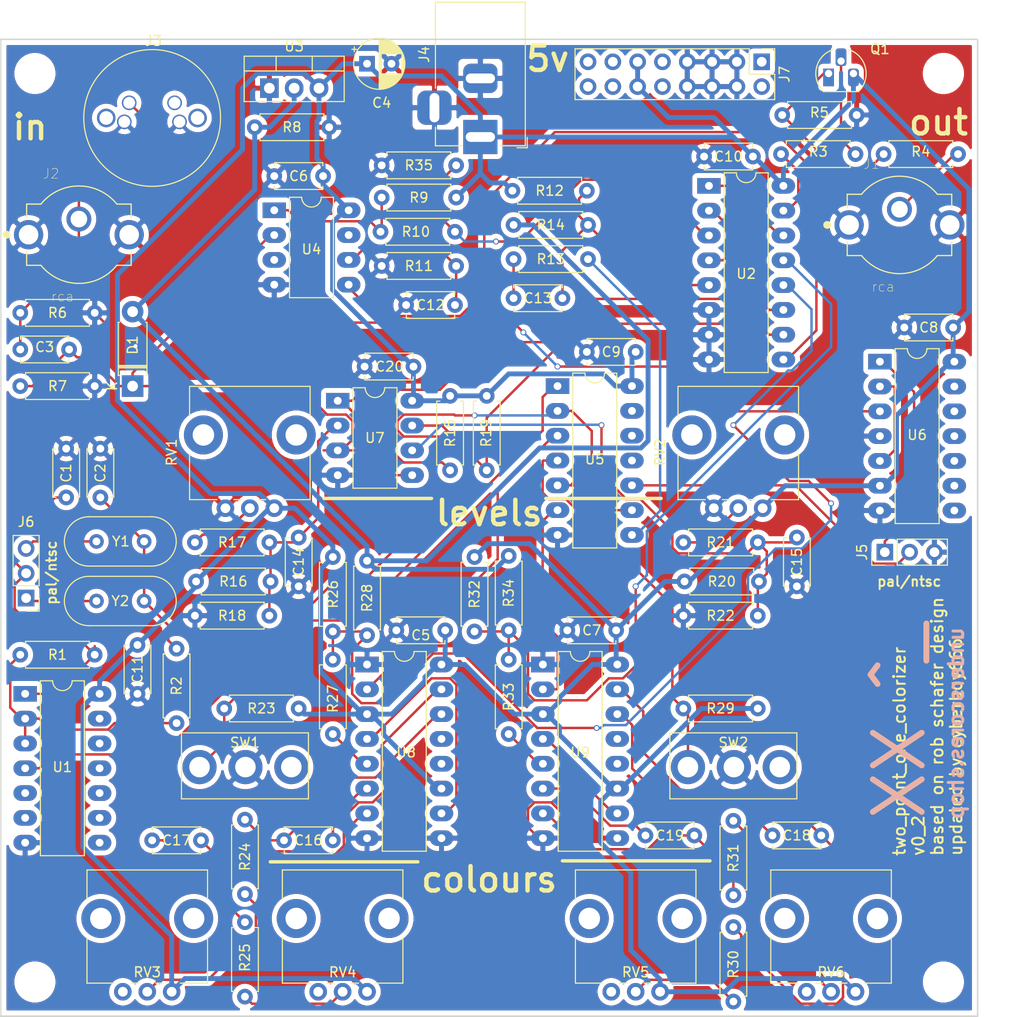
<source format=kicad_pcb>
(kicad_pcb (version 20171130) (host pcbnew "(5.1.4-0-10_14)")
  (title_block (title "two point one colorizer") (company "designed by rob schafer") (comment 1 "pcb by cyberboy666"))
  (layers (0 F.Cu signal) (31 B.Cu signal) (34 B.Paste user) (35 F.Paste user) (36 B.SilkS user) (37 F.SilkS user) (38 B.Mask user) (39 F.Mask user) (44 Edge.Cuts user))
  (net 0 "")
  (net 1 GND)
  (net 2 "Net-(C1-Pad1)")
  (net 3 "Net-(C2-Pad1)")
  (net 4 /comparators/video)
  (net 5 "Net-(C3-Pad2)")
  (net 6 +5V)
  (net 7 "Net-(C13-Pad2)")
  (net 8 "Net-(C14-Pad1)")
  (net 9 "Net-(C15-Pad1)")
  (net 10 "Net-(C16-Pad2)")
  (net 11 /sync_and_burst/burst_signal)
  (net 12 "Net-(C17-Pad2)")
  (net 13 "Net-(C18-Pad1)")
  (net 14 "Net-(C19-Pad1)")
  (net 15 1.25v)
  (net 16 "Net-(J1-Pad1)")
  (net 17 "Net-(J3-Pad4)")
  (net 18 "Net-(J5-Pad1)")
  (net 19 "Net-(J5-Pad2)")
  (net 20 "Net-(Q1-Pad2)")
  (net 21 "Net-(Q1-Pad1)")
  (net 22 "Net-(R1-Pad1)")
  (net 23 "Net-(R3-Pad2)")
  (net 24 /comparators/comparator1)
  (net 25 "Net-(R21-Pad2)")
  (net 26 /comparators/comparator2)
  (net 27 "Net-(R27-Pad2)")
  (net 28 /colours/colour1)
  (net 29 "Net-(R33-Pad2)")
  (net 30 /colours/colour2)
  (net 31 "Net-(RV3-Pad3)")
  (net 32 "Net-(RV4-Pad3)")
  (net 33 "Net-(RV5-Pad3)")
  (net 34 "Net-(RV6-Pad3)")
  (net 35 "Net-(SW1-Pad3)")
  (net 36 "Net-(SW2-Pad3)")
  (net 37 "Net-(U1-Pad8)")
  (net 38 "Net-(U1-Pad9)")
  (net 39 "Net-(U1-Pad10)")
  (net 40 /colours/crystal)
  (net 41 "Net-(U1-Pad11)")
  (net 42 "Net-(U1-Pad5)")
  (net 43 "Net-(U1-Pad12)")
  (net 44 "Net-(U1-Pad6)")
  (net 45 "Net-(U1-Pad13)")
  (net 46 colours)
  (net 47 /sync_and_burst/burst_pulse)
  (net 48 black_sync_and_burst)
  (net 49 "Net-(U5-Pad6)")
  (net 50 "Net-(U6-Pad13)")
  (net 51 "Net-(U6-Pad12)")
  (net 52 "Net-(U6-Pad11)")
  (net 53 "Net-(U9-Pad13)")
  (net 54 "Net-(U9-Pad12)")
  (net 55 "Net-(U9-Pad10)")
  (net 56 "Net-(U8-Pad13)")
  (net 57 "Net-(U8-Pad12)")
  (net 58 "Net-(U8-Pad10)")
  (net 59 "Net-(C12-Pad2)")
  (net 60 "Net-(C16-Pad1)")
  (net 61 "Net-(C17-Pad1)")
  (net 62 "Net-(C18-Pad2)")
  (net 63 "Net-(C19-Pad2)")
  (net 64 "Net-(R10-Pad2)")
  (net 65 "Net-(R13-Pad2)")
  (net 66 "Net-(R17-Pad2)")
  (net 67 "Net-(R23-Pad2)")
  (net 68 "Net-(R24-Pad1)")
  (net 69 "Net-(R25-Pad1)")
  (net 70 "Net-(R29-Pad2)")
  (net 71 "Net-(R30-Pad1)")
  (net 72 "Net-(R31-Pad1)")
  (net 73 "Net-(U4-Pad3)")
  (net 74 "Net-(U4-Pad7)")
  (net 75 "Net-(U5-Pad3)")
  (net 76 "Net-(U5-Pad11)")
  (net 77 "Net-(U5-Pad12)")
  (net 78 "Net-(U5-Pad13)")
  (net 79 "Net-(U6-Pad2)")
  (net 80 "Net-(U6-Pad10)")
  (net 81 "Net-(U6-Pad9)")
  (net 82 "Net-(U6-Pad8)")
  (net 83 "Net-(J6-Pad1)")
  (net 84 "Net-(J6-Pad3)")
  (net 85 "Net-(J7-Pad1)")
  (net 86 "Net-(J7-Pad2)")
  (net 87 "Net-(J7-Pad9)")
  (net 88 "Net-(J7-Pad10)")
  (net 89 "Net-(J7-Pad13)")
  (net 90 "Net-(J7-Pad14)")
  (net 91 "Net-(J7-Pad15)")
  (net 92 "Net-(J7-Pad16)")
  (net 93 /sync_and_burst/black_and_sync)
  (module lib_fp:mini-din-4-vertical_KMDVLX-4S-N-1 (layer F.Cu) (at 121.6 43.8)
    (fp_text reference J3 (at -0.95 -8.65) (layer F.SilkS))
    (fp_text value mini-din4)
    (pad 2 thru_hole circle (at 1.7 -0.35) (size 1.5 1.5) (drill 1.2) (layers *.Cu *.Mask) (net 1 GND))
    (pad 1 thru_hole circle (at -3.95 -0.35) (size 1.5 1.5) (drill 1.2) (layers *.Cu *.Mask) (net 1 GND))
    (pad 4 thru_hole circle (at 1.2 -2.3) (size 1.5 1.5) (drill 1.2) (layers *.Cu *.Mask) (net 17 "Net-(J3-Pad4)"))
    (pad 3 thru_hole circle (at -3.45 -2.3) (size 1.5 1.5) (drill 1.2) (layers *.Cu *.Mask) (net 5 "Net-(C3-Pad2)"))
    (pad "" thru_hole circle (at 3.55 -0.75) (size 1.9 1.9) (drill oval 1.4) (layers *.Cu *.Mask))
    (pad "" thru_hole circle (at -5.8 -0.75) (size 1.9 1.9) (drill 1.4) (layers *.Cu *.Mask))
  )
  (module MountingHole:MountingHole_3.2mm_M3 (layer F.Cu) (at 201.5 38.5)
    (fp_text reference REF** hide)
    (fp_text value MountingHole_3.2mm_M3)
    (pad 1 np_thru_hole circle (at 0 0) (size 3.2 3.2) (drill 3.2) (layers *.Cu *.Mask))
  )
  (module MountingHole:MountingHole_3.2mm_M3 (layer F.Cu) (at 201.5 131.5)
    (fp_text reference REF** hide)
    (fp_text value MountingHole_3.2mm_M3)
    (pad 1 np_thru_hole circle (at 0 0) (size 3.2 3.2) (drill 3.2) (layers *.Cu *.Mask))
  )
  (module MountingHole:MountingHole_3.2mm_M3 (layer F.Cu) (at 108.5 131.5)
    (fp_text reference REF** hide)
    (fp_text value MountingHole_3.2mm_M3)
    (pad 1 np_thru_hole circle (at 0 0) (size 3.2 3.2) (drill 3.2) (layers *.Cu *.Mask))
  )
  (module MountingHole:MountingHole_3.2mm_M3 (layer F.Cu) (at 108.5 38.5)
    (fp_text reference REF** hide)
    (fp_text value MountingHole_3.2mm_M3)
    (pad 1 np_thru_hole circle (at 0 0) (size 3.2 3.2) (drill 3.2) (layers *.Cu *.Mask))
  )
  (module Capacitor_THT:C_Disc_D4.7mm_W2.5mm_P5.00mm (layer F.Cu) (at 111.7 81.9 90)
    (fp_text reference C1 (at 2.5 0 90) (layer F.SilkS))
    (fp_text value 33p)
    (pad 2 thru_hole circle (at 5 0 90) (size 1.6 1.6) (drill 0.8) (layers *.Cu *.Mask) (net 1 GND))
    (pad 1 thru_hole circle (at 0 0 90) (size 1.6 1.6) (drill 0.8) (layers *.Cu *.Mask) (net 2 "Net-(C1-Pad1)"))
  )
  (module Capacitor_THT:C_Disc_D4.7mm_W2.5mm_P5.00mm (layer F.Cu) (at 115.2 81.9 90)
    (fp_text reference C2 (at 2.5 0 90) (layer F.SilkS))
    (fp_text value 33p)
    (pad 1 thru_hole circle (at 0 0 90) (size 1.6 1.6) (drill 0.8) (layers *.Cu *.Mask) (net 3 "Net-(C2-Pad1)"))
    (pad 2 thru_hole circle (at 5 0 90) (size 1.6 1.6) (drill 0.8) (layers *.Cu *.Mask) (net 1 GND))
  )
  (module Capacitor_THT:C_Disc_D4.7mm_W2.5mm_P5.00mm (layer F.Cu) (at 112 66.75 180)
    (fp_text reference C3 (at 2.5 0.25) (layer F.SilkS))
    (fp_text value 0.1u)
    (pad 1 thru_hole circle (at 0 0 180) (size 1.6 1.6) (drill 0.8) (layers *.Cu *.Mask) (net 4 /comparators/video))
    (pad 2 thru_hole circle (at 5 0 180) (size 1.6 1.6) (drill 0.8) (layers *.Cu *.Mask) (net 5 "Net-(C3-Pad2)"))
  )
  (module Capacitor_THT:CP_Radial_D5.0mm_P2.50mm (layer F.Cu) (at 142.5 37.5)
    (fp_text reference C4 (at 1.5 4) (layer F.SilkS))
    (fp_text value 10u)
    (pad 1 thru_hole rect (at 0 0) (size 1.6 1.6) (drill 0.8) (layers *.Cu *.Mask) (net 6 +5V))
    (pad 2 thru_hole circle (at 2.5 0) (size 1.6 1.6) (drill 0.8) (layers *.Cu *.Mask) (net 1 GND))
  )
  (module Capacitor_THT:C_Disc_D4.7mm_W2.5mm_P5.00mm (layer F.Cu) (at 150.5 95.5 180)
    (fp_text reference C5 (at 2.5 -0.5) (layer F.SilkS))
    (fp_text value 0.1u)
    (pad 1 thru_hole circle (at 0 0 180) (size 1.6 1.6) (drill 0.8) (layers *.Cu *.Mask) (net 6 +5V))
    (pad 2 thru_hole circle (at 5 0 180) (size 1.6 1.6) (drill 0.8) (layers *.Cu *.Mask) (net 1 GND))
  )
  (module Capacitor_THT:C_Disc_D4.7mm_W2.5mm_P5.00mm (layer F.Cu) (at 138 49 180)
    (fp_text reference C6 (at 2.5 0) (layer F.SilkS))
    (fp_text value 0.1u)
    (pad 2 thru_hole circle (at 5 0 180) (size 1.6 1.6) (drill 0.8) (layers *.Cu *.Mask) (net 1 GND))
    (pad 1 thru_hole circle (at 0 0 180) (size 1.6 1.6) (drill 0.8) (layers *.Cu *.Mask) (net 6 +5V))
  )
  (module Capacitor_THT:C_Disc_D4.7mm_W2.5mm_P5.00mm (layer F.Cu) (at 168 95.5 180)
    (fp_text reference C7 (at 2.5 0) (layer F.SilkS))
    (fp_text value 0.1u)
    (pad 2 thru_hole circle (at 5 0 180) (size 1.6 1.6) (drill 0.8) (layers *.Cu *.Mask) (net 1 GND))
    (pad 1 thru_hole circle (at 0 0 180) (size 1.6 1.6) (drill 0.8) (layers *.Cu *.Mask) (net 6 +5V))
  )
  (module Capacitor_THT:C_Disc_D4.7mm_W2.5mm_P5.00mm (layer F.Cu) (at 202.5 64.5 180)
    (fp_text reference C8 (at 2.5 0) (layer F.SilkS))
    (fp_text value 0.1u)
    (pad 1 thru_hole circle (at 0 0 180) (size 1.6 1.6) (drill 0.8) (layers *.Cu *.Mask) (net 6 +5V))
    (pad 2 thru_hole circle (at 5 0 180) (size 1.6 1.6) (drill 0.8) (layers *.Cu *.Mask) (net 1 GND))
  )
  (module Capacitor_THT:C_Disc_D4.7mm_W2.5mm_P5.00mm (layer F.Cu) (at 170 67 180)
    (fp_text reference C9 (at 2.5 0) (layer F.SilkS))
    (fp_text value 0.1u)
    (pad 1 thru_hole circle (at 0 0 180) (size 1.6 1.6) (drill 0.8) (layers *.Cu *.Mask) (net 6 +5V))
    (pad 2 thru_hole circle (at 5 0 180) (size 1.6 1.6) (drill 0.8) (layers *.Cu *.Mask) (net 1 GND))
  )
  (module Capacitor_THT:C_Disc_D4.7mm_W2.5mm_P5.00mm (layer F.Cu) (at 182 47 180)
    (fp_text reference C10 (at 2.5 0) (layer F.SilkS))
    (fp_text value 0.1u)
    (pad 1 thru_hole circle (at 0 0 180) (size 1.6 1.6) (drill 0.8) (layers *.Cu *.Mask) (net 6 +5V))
    (pad 2 thru_hole circle (at 5 0 180) (size 1.6 1.6) (drill 0.8) (layers *.Cu *.Mask) (net 1 GND))
  )
  (module Capacitor_THT:C_Disc_D4.7mm_W2.5mm_P5.00mm (layer F.Cu) (at 119 97 270)
    (fp_text reference C11 (at 2.5 0 90) (layer F.SilkS))
    (fp_text value 0.1u)
    (pad 2 thru_hole circle (at 5 0 270) (size 1.6 1.6) (drill 0.8) (layers *.Cu *.Mask) (net 1 GND))
    (pad 1 thru_hole circle (at 0 0 270) (size 1.6 1.6) (drill 0.8) (layers *.Cu *.Mask) (net 6 +5V))
  )
  (module Capacitor_THT:C_Disc_D4.7mm_W2.5mm_P5.00mm (layer F.Cu) (at 146.5 62.2)
    (fp_text reference C12 (at 2.5 0) (layer F.SilkS))
    (fp_text value 0.1u)
    (pad 2 thru_hole circle (at 5 0) (size 1.6 1.6) (drill 0.8) (layers *.Cu *.Mask) (net 59 "Net-(C12-Pad2)"))
    (pad 1 thru_hole circle (at 0 0) (size 1.6 1.6) (drill 0.8) (layers *.Cu *.Mask) (net 1 GND))
  )
  (module Capacitor_THT:C_Disc_D4.7mm_W2.5mm_P5.00mm (layer F.Cu) (at 162.5 61.5 180)
    (fp_text reference C13 (at 2.5 0) (layer F.SilkS))
    (fp_text value 0.1u)
    (pad 2 thru_hole circle (at 5 0 180) (size 1.6 1.6) (drill 0.8) (layers *.Cu *.Mask) (net 7 "Net-(C13-Pad2)"))
    (pad 1 thru_hole circle (at 0 0 180) (size 1.6 1.6) (drill 0.8) (layers *.Cu *.Mask) (net 11 /sync_and_burst/burst_signal))
  )
  (module Capacitor_THT:C_Disc_D4.7mm_W2.5mm_P5.00mm (layer F.Cu) (at 135.5 86 270)
    (fp_text reference C14 (at 2.5 0 90) (layer F.SilkS))
    (fp_text value 0.1u)
    (pad 1 thru_hole circle (at 0 0 270) (size 1.6 1.6) (drill 0.8) (layers *.Cu *.Mask) (net 8 "Net-(C14-Pad1)"))
    (pad 2 thru_hole circle (at 5 0 270) (size 1.6 1.6) (drill 0.8) (layers *.Cu *.Mask) (net 1 GND))
  )
  (module Capacitor_THT:C_Disc_D4.7mm_W2.5mm_P5.00mm (layer F.Cu) (at 186.5 86 270)
    (fp_text reference C15 (at 2.5 0 90) (layer F.SilkS))
    (fp_text value 0.1u)
    (pad 2 thru_hole circle (at 5 0 270) (size 1.6 1.6) (drill 0.8) (layers *.Cu *.Mask) (net 1 GND))
    (pad 1 thru_hole circle (at 0 0 270) (size 1.6 1.6) (drill 0.8) (layers *.Cu *.Mask) (net 9 "Net-(C15-Pad1)"))
  )
  (module Capacitor_THT:C_Disc_D4.7mm_W2.5mm_P5.00mm (layer F.Cu) (at 134 117)
    (fp_text reference C16 (at 2.5 0) (layer F.SilkS))
    (fp_text value 10p)
    (pad 2 thru_hole circle (at 5 0) (size 1.6 1.6) (drill 0.8) (layers *.Cu *.Mask) (net 10 "Net-(C16-Pad2)"))
    (pad 1 thru_hole circle (at 0 0) (size 1.6 1.6) (drill 0.8) (layers *.Cu *.Mask) (net 60 "Net-(C16-Pad1)"))
  )
  (module Capacitor_THT:C_Disc_D4.7mm_W2.5mm_P5.00mm (layer F.Cu) (at 120.5 117)
    (fp_text reference C17 (at 2.5 0) (layer F.SilkS))
    (fp_text value 10p)
    (pad 2 thru_hole circle (at 5 0) (size 1.6 1.6) (drill 0.8) (layers *.Cu *.Mask) (net 12 "Net-(C17-Pad2)"))
    (pad 1 thru_hole circle (at 0 0) (size 1.6 1.6) (drill 0.8) (layers *.Cu *.Mask) (net 61 "Net-(C17-Pad1)"))
  )
  (module Capacitor_THT:C_Disc_D4.7mm_W2.5mm_P5.00mm (layer F.Cu) (at 189 116.5 180)
    (fp_text reference C18 (at 2.5 0) (layer F.SilkS))
    (fp_text value 10p)
    (pad 1 thru_hole circle (at 0 0 180) (size 1.6 1.6) (drill 0.8) (layers *.Cu *.Mask) (net 13 "Net-(C18-Pad1)"))
    (pad 2 thru_hole circle (at 5 0 180) (size 1.6 1.6) (drill 0.8) (layers *.Cu *.Mask) (net 62 "Net-(C18-Pad2)"))
  )
  (module Capacitor_THT:C_Disc_D4.7mm_W2.5mm_P5.00mm (layer F.Cu) (at 176 116.5 180)
    (fp_text reference C19 (at 2.5 0) (layer F.SilkS))
    (fp_text value 10p)
    (pad 1 thru_hole circle (at 0 0 180) (size 1.6 1.6) (drill 0.8) (layers *.Cu *.Mask) (net 14 "Net-(C19-Pad1)"))
    (pad 2 thru_hole circle (at 5 0 180) (size 1.6 1.6) (drill 0.8) (layers *.Cu *.Mask) (net 63 "Net-(C19-Pad2)"))
  )
  (module Diode_THT:D_DO-41_SOD81_P7.62mm_Horizontal (layer F.Cu) (at 118.5 70.5 90)
    (fp_text reference D1 (at 4.2 0 90) (layer F.SilkS))
    (fp_text value 1n914)
    (fp_text user K (at 0 -2.1 90) (layer F.SilkS))
    (pad 1 thru_hole rect (at 0 0 90) (size 2.2 2.2) (drill 1.1) (layers *.Cu *.Mask) (net 4 /comparators/video))
    (pad 2 thru_hole oval (at 7.62 0 90) (size 2.2 2.2) (drill 1.1) (layers *.Cu *.Mask) (net 15 1.25v))
  )
  (module Connector_BarrelJack:BarrelJack_Horizontal (layer F.Cu) (at 154.1 45 270)
    (fp_text reference J4 (at -8.45 5.75 90) (layer F.SilkS))
    (fp_text value Barrel_Jack)
    (pad 1 thru_hole rect (at 0 0 270) (size 3.5 3.5) (drill oval 1 3) (layers *.Cu *.Mask) (net 6 +5V))
    (pad 2 thru_hole roundrect (at -6 0 270) (size 3 3.5) (drill oval 1 3) (layers *.Cu *.Mask) (net 1 GND))
    (pad 3 thru_hole roundrect (at -3 4.7 270) (size 3.5 3.5) (drill oval 3 1) (layers *.Cu *.Mask) (net 1 GND))
  )
  (module Connector_PinHeader_2.54mm:PinHeader_1x03_P2.54mm_Vertical (layer F.Cu) (at 195.5 87.5 90)
    (fp_text reference J5 (at 0 -2.33 90) (layer F.SilkS))
    (fp_text value Conn_01x03)
    (pad 1 thru_hole rect (at 0 0 90) (size 1.7 1.7) (drill 1) (layers *.Cu *.Mask) (net 18 "Net-(J5-Pad1)"))
    (pad 2 thru_hole oval (at 0 2.54 90) (size 1.7 1.7) (drill 1) (layers *.Cu *.Mask) (net 19 "Net-(J5-Pad2)"))
    (pad 3 thru_hole oval (at 0 5.08 90) (size 1.7 1.7) (drill 1) (layers *.Cu *.Mask) (net 1 GND))
  )
  (module Package_TO_SOT_THT:TO-92L_HandSolder (layer F.Cu) (at 189.75 38.5)
    (fp_text reference Q1 (at 5.25 -2.5) (layer F.SilkS))
    (fp_text value 2N3904)
    (pad 2 thru_hole roundrect (at 1.27 -1.27) (size 1.1 1.8) (drill 0.75 (offset 0 -0.4)) (layers *.Cu *.Mask) (net 20 "Net-(Q1-Pad2)"))
    (pad 3 thru_hole roundrect (at 2.54 0) (size 1.1 1.8) (drill 0.75 (offset 0 0.4)) (layers *.Cu *.Mask) (net 6 +5V))
    (pad 1 thru_hole rect (at 0 0) (size 1.1 1.8) (drill 0.75 (offset 0 0.4)) (layers *.Cu *.Mask) (net 21 "Net-(Q1-Pad1)"))
  )
  (module Resistor_THT:R_Axial_DIN0207_L6.3mm_D2.5mm_P7.62mm_Horizontal (layer F.Cu) (at 107 98)
    (fp_text reference R1 (at 3.81 0) (layer F.SilkS))
    (fp_text value 1m)
    (pad 1 thru_hole circle (at 0 0) (size 1.6 1.6) (drill 0.8) (layers *.Cu *.Mask) (net 22 "Net-(R1-Pad1)"))
    (pad 2 thru_hole oval (at 7.62 0) (size 1.6 1.6) (drill 0.8) (layers *.Cu *.Mask) (net 2 "Net-(C1-Pad1)"))
  )
  (module Resistor_THT:R_Axial_DIN0207_L6.3mm_D2.5mm_P7.62mm_Horizontal (layer F.Cu) (at 123 105 90)
    (fp_text reference R2 (at 3.81 0 90) (layer F.SilkS))
    (fp_text value 5.1k)
    (pad 2 thru_hole oval (at 7.62 0 90) (size 1.6 1.6) (drill 0.8) (layers *.Cu *.Mask) (net 3 "Net-(C2-Pad1)"))
    (pad 1 thru_hole circle (at 0 0 90) (size 1.6 1.6) (drill 0.8) (layers *.Cu *.Mask) (net 22 "Net-(R1-Pad1)"))
  )
  (module Resistor_THT:R_Axial_DIN0207_L6.3mm_D2.5mm_P7.62mm_Horizontal (layer F.Cu) (at 192.5 46.75 180)
    (fp_text reference R3 (at 3.81 0.25) (layer F.SilkS))
    (fp_text value 100)
    (pad 1 thru_hole circle (at 0 0 180) (size 1.6 1.6) (drill 0.8) (layers *.Cu *.Mask) (net 20 "Net-(Q1-Pad2)"))
    (pad 2 thru_hole oval (at 7.62 0 180) (size 1.6 1.6) (drill 0.8) (layers *.Cu *.Mask) (net 23 "Net-(R3-Pad2)"))
  )
  (module Resistor_THT:R_Axial_DIN0207_L6.3mm_D2.5mm_P7.62mm_Horizontal (layer F.Cu) (at 203 46.75 180)
    (fp_text reference R4 (at 3.81 0.25) (layer F.SilkS))
    (fp_text value 75)
    (pad 2 thru_hole oval (at 7.62 0 180) (size 1.6 1.6) (drill 0.8) (layers *.Cu *.Mask) (net 21 "Net-(Q1-Pad1)"))
    (pad 1 thru_hole circle (at 0 0 180) (size 1.6 1.6) (drill 0.8) (layers *.Cu *.Mask) (net 16 "Net-(J1-Pad1)"))
  )
  (module Resistor_THT:R_Axial_DIN0207_L6.3mm_D2.5mm_P7.62mm_Horizontal (layer F.Cu) (at 185 42.75)
    (fp_text reference R5 (at 3.81 -0.25) (layer F.SilkS))
    (fp_text value 1k)
    (pad 1 thru_hole circle (at 0 0) (size 1.6 1.6) (drill 0.8) (layers *.Cu *.Mask) (net 21 "Net-(Q1-Pad1)"))
    (pad 2 thru_hole oval (at 7.62 0) (size 1.6 1.6) (drill 0.8) (layers *.Cu *.Mask) (net 1 GND))
  )
  (module Resistor_THT:R_Axial_DIN0207_L6.3mm_D2.5mm_P7.62mm_Horizontal (layer F.Cu) (at 107 63)
    (fp_text reference R6 (at 3.81 0) (layer F.SilkS))
    (fp_text value 75)
    (pad 2 thru_hole oval (at 7.62 0) (size 1.6 1.6) (drill 0.8) (layers *.Cu *.Mask) (net 1 GND))
    (pad 1 thru_hole circle (at 0 0) (size 1.6 1.6) (drill 0.8) (layers *.Cu *.Mask) (net 5 "Net-(C3-Pad2)"))
  )
  (module Resistor_THT:R_Axial_DIN0207_L6.3mm_D2.5mm_P7.62mm_Horizontal (layer F.Cu) (at 107 70.5)
    (fp_text reference R7 (at 3.81 0) (layer F.SilkS))
    (fp_text value 1m)
    (pad 2 thru_hole oval (at 7.62 0) (size 1.6 1.6) (drill 0.8) (layers *.Cu *.Mask) (net 1 GND))
    (pad 1 thru_hole circle (at 0 0) (size 1.6 1.6) (drill 0.8) (layers *.Cu *.Mask) (net 4 /comparators/video))
  )
  (module Resistor_THT:R_Axial_DIN0207_L6.3mm_D2.5mm_P7.62mm_Horizontal (layer F.Cu) (at 131 44)
    (fp_text reference R8 (at 3.81 0) (layer F.SilkS))
    (fp_text value 75)
    (pad 2 thru_hole oval (at 7.62 0) (size 1.6 1.6) (drill 0.8) (layers *.Cu *.Mask) (net 1 GND))
    (pad 1 thru_hole circle (at 0 0) (size 1.6 1.6) (drill 0.8) (layers *.Cu *.Mask) (net 15 1.25v))
  )
  (module Resistor_THT:R_Axial_DIN0207_L6.3mm_D2.5mm_P7.62mm_Horizontal (layer F.Cu) (at 144 51.2)
    (fp_text reference R9 (at 3.81 0) (layer F.SilkS))
    (fp_text value 10k)
    (pad 1 thru_hole circle (at 0 0) (size 1.6 1.6) (drill 0.8) (layers *.Cu *.Mask) (net 64 "Net-(R10-Pad2)"))
    (pad 2 thru_hole oval (at 7.62 0) (size 1.6 1.6) (drill 0.8) (layers *.Cu *.Mask) (net 6 +5V))
  )
  (module Resistor_THT:R_Axial_DIN0207_L6.3mm_D2.5mm_P7.62mm_Horizontal (layer F.Cu) (at 151.5 54.7 180)
    (fp_text reference R10 (at 4 0) (layer F.SilkS))
    (fp_text value 1k)
    (pad 2 thru_hole oval (at 7.62 0 180) (size 1.6 1.6) (drill 0.8) (layers *.Cu *.Mask) (net 64 "Net-(R10-Pad2)"))
    (pad 1 thru_hole circle (at 0 0 180) (size 1.6 1.6) (drill 0.8) (layers *.Cu *.Mask) (net 93 /sync_and_burst/black_and_sync))
  )
  (module Resistor_THT:R_Axial_DIN0207_L6.3mm_D2.5mm_P7.62mm_Horizontal (layer F.Cu) (at 144 58.2)
    (fp_text reference R11 (at 3.81 0) (layer F.SilkS))
    (fp_text value 680k)
    (pad 2 thru_hole oval (at 7.62 0) (size 1.6 1.6) (drill 0.8) (layers *.Cu *.Mask) (net 59 "Net-(C12-Pad2)"))
    (pad 1 thru_hole circle (at 0 0) (size 1.6 1.6) (drill 0.8) (layers *.Cu *.Mask) (net 1 GND))
  )
  (module Resistor_THT:R_Axial_DIN0207_L6.3mm_D2.5mm_P7.62mm_Horizontal (layer F.Cu) (at 165 50.5 180)
    (fp_text reference R12 (at 3.81 0) (layer F.SilkS))
    (fp_text value 12k)
    (pad 1 thru_hole circle (at 0 0 180) (size 1.6 1.6) (drill 0.8) (layers *.Cu *.Mask) (net 11 /sync_and_burst/burst_signal))
    (pad 2 thru_hole oval (at 7.62 0 180) (size 1.6 1.6) (drill 0.8) (layers *.Cu *.Mask) (net 6 +5V))
  )
  (module Resistor_THT:R_Axial_DIN0207_L6.3mm_D2.5mm_P7.62mm_Horizontal (layer F.Cu) (at 157.5 57.5)
    (fp_text reference R13 (at 3.81 0) (layer F.SilkS))
    (fp_text value 10k)
    (pad 1 thru_hole circle (at 0 0) (size 1.6 1.6) (drill 0.8) (layers *.Cu *.Mask) (net 7 "Net-(C13-Pad2)"))
    (pad 2 thru_hole oval (at 7.62 0) (size 1.6 1.6) (drill 0.8) (layers *.Cu *.Mask) (net 65 "Net-(R13-Pad2)"))
  )
  (module Resistor_THT:R_Axial_DIN0207_L6.3mm_D2.5mm_P7.62mm_Horizontal (layer F.Cu) (at 157.5 54)
    (fp_text reference R14 (at 3.81 0) (layer F.SilkS))
    (fp_text value 1.5k)
    (pad 1 thru_hole circle (at 0 0) (size 1.6 1.6) (drill 0.8) (layers *.Cu *.Mask) (net 15 1.25v))
    (pad 2 thru_hole oval (at 7.62 0) (size 1.6 1.6) (drill 0.8) (layers *.Cu *.Mask) (net 11 /sync_and_burst/burst_signal))
  )
  (module Resistor_THT:R_Axial_DIN0207_L6.3mm_D2.5mm_P7.62mm_Horizontal (layer F.Cu) (at 151 71.5 270)
    (fp_text reference R15 (at 3.8 0 90) (layer F.SilkS))
    (fp_text value 82k)
    (pad 1 thru_hole circle (at 0 0 270) (size 1.6 1.6) (drill 0.8) (layers *.Cu *.Mask) (net 6 +5V))
    (pad 2 thru_hole oval (at 7.62 0 270) (size 1.6 1.6) (drill 0.8) (layers *.Cu *.Mask) (net 24 /comparators/comparator1))
  )
  (module Resistor_THT:R_Axial_DIN0207_L6.3mm_D2.5mm_P7.62mm_Horizontal (layer F.Cu) (at 125 90.5)
    (fp_text reference R16 (at 3.81 0) (layer F.SilkS))
    (fp_text value 82k)
    (pad 1 thru_hole circle (at 0 0) (size 1.6 1.6) (drill 0.8) (layers *.Cu *.Mask) (net 6 +5V))
    (pad 2 thru_hole oval (at 7.62 0) (size 1.6 1.6) (drill 0.8) (layers *.Cu *.Mask) (net 8 "Net-(C14-Pad1)"))
  )
  (module Resistor_THT:R_Axial_DIN0207_L6.3mm_D2.5mm_P7.62mm_Horizontal (layer F.Cu) (at 132.5 86.5 180)
    (fp_text reference R17 (at 3.81 0) (layer F.SilkS))
    (fp_text value 22k)
    (pad 2 thru_hole oval (at 7.62 0 180) (size 1.6 1.6) (drill 0.8) (layers *.Cu *.Mask) (net 66 "Net-(R17-Pad2)"))
    (pad 1 thru_hole circle (at 0 0 180) (size 1.6 1.6) (drill 0.8) (layers *.Cu *.Mask) (net 8 "Net-(C14-Pad1)"))
  )
  (module Resistor_THT:R_Axial_DIN0207_L6.3mm_D2.5mm_P7.62mm_Horizontal (layer F.Cu) (at 132.5 94 180)
    (fp_text reference R18 (at 3.81 0) (layer F.SilkS))
    (fp_text value 10k)
    (pad 1 thru_hole circle (at 0 0 180) (size 1.6 1.6) (drill 0.8) (layers *.Cu *.Mask) (net 8 "Net-(C14-Pad1)"))
    (pad 2 thru_hole oval (at 7.62 0 180) (size 1.6 1.6) (drill 0.8) (layers *.Cu *.Mask) (net 1 GND))
  )
  (module Resistor_THT:R_Axial_DIN0207_L6.3mm_D2.5mm_P7.62mm_Horizontal (layer F.Cu) (at 154.75 71.5 270)
    (fp_text reference R19 (at 3.8 0.05 90) (layer F.SilkS))
    (fp_text value 82k)
    (pad 2 thru_hole oval (at 7.62 0 270) (size 1.6 1.6) (drill 0.8) (layers *.Cu *.Mask) (net 26 /comparators/comparator2))
    (pad 1 thru_hole circle (at 0 0 270) (size 1.6 1.6) (drill 0.8) (layers *.Cu *.Mask) (net 6 +5V))
  )
  (module Resistor_THT:R_Axial_DIN0207_L6.3mm_D2.5mm_P7.62mm_Horizontal (layer F.Cu) (at 175 90.5)
    (fp_text reference R20 (at 3.81 0) (layer F.SilkS))
    (fp_text value 82k)
    (pad 2 thru_hole oval (at 7.62 0) (size 1.6 1.6) (drill 0.8) (layers *.Cu *.Mask) (net 9 "Net-(C15-Pad1)"))
    (pad 1 thru_hole circle (at 0 0) (size 1.6 1.6) (drill 0.8) (layers *.Cu *.Mask) (net 6 +5V))
  )
  (module Resistor_THT:R_Axial_DIN0207_L6.3mm_D2.5mm_P7.62mm_Horizontal (layer F.Cu) (at 182.5 86.5 180)
    (fp_text reference R21 (at 3.81 0) (layer F.SilkS))
    (fp_text value 22k)
    (pad 1 thru_hole circle (at 0 0 180) (size 1.6 1.6) (drill 0.8) (layers *.Cu *.Mask) (net 9 "Net-(C15-Pad1)"))
    (pad 2 thru_hole oval (at 7.62 0 180) (size 1.6 1.6) (drill 0.8) (layers *.Cu *.Mask) (net 25 "Net-(R21-Pad2)"))
  )
  (module Resistor_THT:R_Axial_DIN0207_L6.3mm_D2.5mm_P7.62mm_Horizontal (layer F.Cu) (at 182.5 94 180)
    (fp_text reference R22 (at 3.81 0) (layer F.SilkS))
    (fp_text value 10k)
    (pad 2 thru_hole oval (at 7.62 0 180) (size 1.6 1.6) (drill 0.8) (layers *.Cu *.Mask) (net 1 GND))
    (pad 1 thru_hole circle (at 0 0 180) (size 1.6 1.6) (drill 0.8) (layers *.Cu *.Mask) (net 9 "Net-(C15-Pad1)"))
  )
  (module Resistor_THT:R_Axial_DIN0207_L6.3mm_D2.5mm_P7.62mm_Horizontal (layer F.Cu) (at 135.5 103.5 180)
    (fp_text reference R23 (at 3.81 0) (layer F.SilkS))
    (fp_text value 10k)
    (pad 2 thru_hole oval (at 7.62 0 180) (size 1.6 1.6) (drill 0.8) (layers *.Cu *.Mask) (net 67 "Net-(R23-Pad2)"))
    (pad 1 thru_hole circle (at 0 0 180) (size 1.6 1.6) (drill 0.8) (layers *.Cu *.Mask) (net 6 +5V))
  )
  (module Resistor_THT:R_Axial_DIN0207_L6.3mm_D2.5mm_P7.62mm_Horizontal (layer F.Cu) (at 130 122.5 90)
    (fp_text reference R24 (at 3.81 0 90) (layer F.SilkS))
    (fp_text value 2.7k)
    (pad 1 thru_hole circle (at 0 0 90) (size 1.6 1.6) (drill 0.8) (layers *.Cu *.Mask) (net 68 "Net-(R24-Pad1)"))
    (pad 2 thru_hole oval (at 7.62 0 90) (size 1.6 1.6) (drill 0.8) (layers *.Cu *.Mask) (net 60 "Net-(C16-Pad1)"))
  )
  (module Resistor_THT:R_Axial_DIN0207_L6.3mm_D2.5mm_P7.62mm_Horizontal (layer F.Cu) (at 130 133 90)
    (fp_text reference R25 (at 4 0 90) (layer F.SilkS))
    (fp_text value 2.7k)
    (pad 2 thru_hole oval (at 7.62 0 90) (size 1.6 1.6) (drill 0.8) (layers *.Cu *.Mask) (net 61 "Net-(C17-Pad1)"))
    (pad 1 thru_hole circle (at 0 0 90) (size 1.6 1.6) (drill 0.8) (layers *.Cu *.Mask) (net 69 "Net-(R25-Pad1)"))
  )
  (module Resistor_THT:R_Axial_DIN0207_L6.3mm_D2.5mm_P7.62mm_Horizontal (layer F.Cu) (at 139 88 270)
    (fp_text reference R26 (at 3.81 0 90) (layer F.SilkS))
    (fp_text value "(lower than) 8.2k")
    (pad 2 thru_hole oval (at 7.62 0 270) (size 1.6 1.6) (drill 0.8) (layers *.Cu *.Mask) (net 28 /colours/colour1))
    (pad 1 thru_hole circle (at 0 0 270) (size 1.6 1.6) (drill 0.8) (layers *.Cu *.Mask) (net 6 +5V))
  )
  (module Resistor_THT:R_Axial_DIN0207_L6.3mm_D2.5mm_P7.62mm_Horizontal (layer F.Cu) (at 139 98.5 270)
    (fp_text reference R27 (at 4 0 90) (layer F.SilkS))
    (fp_text value 1k)
    (pad 1 thru_hole circle (at 0 0 270) (size 1.6 1.6) (drill 0.8) (layers *.Cu *.Mask) (net 28 /colours/colour1))
    (pad 2 thru_hole oval (at 7.62 0 270) (size 1.6 1.6) (drill 0.8) (layers *.Cu *.Mask) (net 27 "Net-(R27-Pad2)"))
  )
  (module Resistor_THT:R_Axial_DIN0207_L6.3mm_D2.5mm_P7.62mm_Horizontal (layer F.Cu) (at 142.5 96 90)
    (fp_text reference R28 (at 3.81 0 90) (layer F.SilkS))
    (fp_text value 3.3k)
    (pad 2 thru_hole oval (at 7.62 0 90) (size 1.6 1.6) (drill 0.8) (layers *.Cu *.Mask) (net 15 1.25v))
    (pad 1 thru_hole circle (at 0 0 90) (size 1.6 1.6) (drill 0.8) (layers *.Cu *.Mask) (net 28 /colours/colour1))
  )
  (module Resistor_THT:R_Axial_DIN0207_L6.3mm_D2.5mm_P7.62mm_Horizontal (layer F.Cu) (at 182.5 103.5 180)
    (fp_text reference R29 (at 3.81 0) (layer F.SilkS))
    (fp_text value 10k)
    (pad 1 thru_hole circle (at 0 0 180) (size 1.6 1.6) (drill 0.8) (layers *.Cu *.Mask) (net 6 +5V))
    (pad 2 thru_hole oval (at 7.62 0 180) (size 1.6 1.6) (drill 0.8) (layers *.Cu *.Mask) (net 70 "Net-(R29-Pad2)"))
  )
  (module Resistor_THT:R_Axial_DIN0207_L6.3mm_D2.5mm_P7.62mm_Horizontal (layer F.Cu) (at 180 133.5 90)
    (fp_text reference R30 (at 3.81 0 90) (layer F.SilkS))
    (fp_text value 2.7k)
    (pad 2 thru_hole oval (at 7.62 0 90) (size 1.6 1.6) (drill 0.8) (layers *.Cu *.Mask) (net 13 "Net-(C18-Pad1)"))
    (pad 1 thru_hole circle (at 0 0 90) (size 1.6 1.6) (drill 0.8) (layers *.Cu *.Mask) (net 71 "Net-(R30-Pad1)"))
  )
  (module Resistor_THT:R_Axial_DIN0207_L6.3mm_D2.5mm_P7.62mm_Horizontal (layer F.Cu) (at 180 115 270)
    (fp_text reference R31 (at 3.81 0 90) (layer F.SilkS))
    (fp_text value 2.7k)
    (pad 1 thru_hole circle (at 0 0 270) (size 1.6 1.6) (drill 0.8) (layers *.Cu *.Mask) (net 72 "Net-(R31-Pad1)"))
    (pad 2 thru_hole oval (at 7.62 0 270) (size 1.6 1.6) (drill 0.8) (layers *.Cu *.Mask) (net 14 "Net-(C19-Pad1)"))
  )
  (module Resistor_THT:R_Axial_DIN0207_L6.3mm_D2.5mm_P7.62mm_Horizontal (layer F.Cu) (at 153.5 88 270)
    (fp_text reference R32 (at 3.81 0 90) (layer F.SilkS))
    (fp_text value "(lower than) 8.2k")
    (pad 1 thru_hole circle (at 0 0 270) (size 1.6 1.6) (drill 0.8) (layers *.Cu *.Mask) (net 6 +5V))
    (pad 2 thru_hole oval (at 7.62 0 270) (size 1.6 1.6) (drill 0.8) (layers *.Cu *.Mask) (net 30 /colours/colour2))
  )
  (module Resistor_THT:R_Axial_DIN0207_L6.3mm_D2.5mm_P7.62mm_Horizontal (layer F.Cu) (at 157 98.5 270)
    (fp_text reference R33 (at 3.81 0 90) (layer F.SilkS))
    (fp_text value 1k)
    (pad 1 thru_hole circle (at 0 0 270) (size 1.6 1.6) (drill 0.8) (layers *.Cu *.Mask) (net 30 /colours/colour2))
    (pad 2 thru_hole oval (at 7.62 0 270) (size 1.6 1.6) (drill 0.8) (layers *.Cu *.Mask) (net 29 "Net-(R33-Pad2)"))
  )
  (module Resistor_THT:R_Axial_DIN0207_L6.3mm_D2.5mm_P7.62mm_Horizontal (layer F.Cu) (at 157 95.5 90)
    (fp_text reference R34 (at 3.81 0 90) (layer F.SilkS))
    (fp_text value 3.3k)
    (pad 2 thru_hole oval (at 7.62 0 90) (size 1.6 1.6) (drill 0.8) (layers *.Cu *.Mask) (net 15 1.25v))
    (pad 1 thru_hole circle (at 0 0 90) (size 1.6 1.6) (drill 0.8) (layers *.Cu *.Mask) (net 30 /colours/colour2))
  )
  (module lib_fp:Potentiometer_Vertical_Large (layer F.Cu) (at 133 83 90)
    (fp_text reference RV1 (at 5.725 -10.5 90) (layer F.SilkS))
    (fp_text value 10k_pot)
    (pad "" np_thru_hole circle (at 7.5 2.25 90) (size 4 4) (drill 2.2) (layers *.Cu *.Mask))
    (pad "" np_thru_hole circle (at 7.5 -7.25 90) (size 4 4) (drill 2.2) (layers *.Cu *.Mask))
    (pad 1 thru_hole circle (at 0 0 90) (size 1.8 1.8) (drill 1) (layers *.Cu *.Mask) (net 6 +5V))
    (pad 2 thru_hole circle (at 0 -2.5 90) (size 1.8 1.8) (drill 1) (layers *.Cu *.Mask) (net 66 "Net-(R17-Pad2)"))
    (pad 3 thru_hole circle (at 0 -5 90) (size 1.8 1.8) (drill 1) (layers *.Cu *.Mask) (net 1 GND))
  )
  (module lib_fp:Potentiometer_Vertical_Large (layer F.Cu) (at 183 83 90)
    (fp_text reference RV2 (at 5.725 -10.5 90) (layer F.SilkS))
    (fp_text value 10k_pot)
    (pad 3 thru_hole circle (at 0 -5 90) (size 1.8 1.8) (drill 1) (layers *.Cu *.Mask) (net 1 GND))
    (pad 2 thru_hole circle (at 0 -2.5 90) (size 1.8 1.8) (drill 1) (layers *.Cu *.Mask) (net 25 "Net-(R21-Pad2)"))
    (pad 1 thru_hole circle (at 0 0 90) (size 1.8 1.8) (drill 1) (layers *.Cu *.Mask) (net 6 +5V))
    (pad "" np_thru_hole circle (at 7.5 -7.25 90) (size 4 4) (drill 2.2) (layers *.Cu *.Mask))
    (pad "" np_thru_hole circle (at 7.5 2.25 90) (size 4 4) (drill 2.2) (layers *.Cu *.Mask))
  )
  (module lib_fp:Potentiometer_Vertical_Large (layer F.Cu) (at 122.5 132.5 90)
    (fp_text reference RV3 (at 2 -2.5 180) (layer F.SilkS))
    (fp_text value 10k_pot)
    (pad "" np_thru_hole circle (at 7.5 2.25 90) (size 4 4) (drill 2.2) (layers *.Cu *.Mask))
    (pad "" np_thru_hole circle (at 7.5 -7.25 90) (size 4 4) (drill 2.2) (layers *.Cu *.Mask))
    (pad 1 thru_hole circle (at 0 0 90) (size 1.8 1.8) (drill 1) (layers *.Cu *.Mask) (net 6 +5V))
    (pad 2 thru_hole circle (at 0 -2.5 90) (size 1.8 1.8) (drill 1) (layers *.Cu *.Mask) (net 68 "Net-(R24-Pad1)"))
    (pad 3 thru_hole circle (at 0 -5 90) (size 1.8 1.8) (drill 1) (layers *.Cu *.Mask) (net 31 "Net-(RV3-Pad3)"))
  )
  (module lib_fp:Potentiometer_Vertical_Large (layer F.Cu) (at 142.5 132.5 90)
    (fp_text reference RV4 (at 2 -2.5 180) (layer F.SilkS))
    (fp_text value 10k_pot)
    (pad 3 thru_hole circle (at 0 -5 90) (size 1.8 1.8) (drill 1) (layers *.Cu *.Mask) (net 32 "Net-(RV4-Pad3)"))
    (pad 2 thru_hole circle (at 0 -2.5 90) (size 1.8 1.8) (drill 1) (layers *.Cu *.Mask) (net 69 "Net-(R25-Pad1)"))
    (pad 1 thru_hole circle (at 0 0 90) (size 1.8 1.8) (drill 1) (layers *.Cu *.Mask) (net 6 +5V))
    (pad "" np_thru_hole circle (at 7.5 -7.25 90) (size 4 4) (drill 2.2) (layers *.Cu *.Mask))
    (pad "" np_thru_hole circle (at 7.5 2.25 90) (size 4 4) (drill 2.2) (layers *.Cu *.Mask))
  )
  (module lib_fp:Potentiometer_Vertical_Large (layer F.Cu) (at 172.5 132.5 90)
    (fp_text reference RV5 (at 2 -2.5 180) (layer F.SilkS))
    (fp_text value 10k_pot)
    (pad "" np_thru_hole circle (at 7.5 2.25 90) (size 4 4) (drill 2.2) (layers *.Cu *.Mask))
    (pad "" np_thru_hole circle (at 7.5 -7.25 90) (size 4 4) (drill 2.2) (layers *.Cu *.Mask))
    (pad 1 thru_hole circle (at 0 0 90) (size 1.8 1.8) (drill 1) (layers *.Cu *.Mask) (net 6 +5V))
    (pad 2 thru_hole circle (at 0 -2.5 90) (size 1.8 1.8) (drill 1) (layers *.Cu *.Mask) (net 71 "Net-(R30-Pad1)"))
    (pad 3 thru_hole circle (at 0 -5 90) (size 1.8 1.8) (drill 1) (layers *.Cu *.Mask) (net 33 "Net-(RV5-Pad3)"))
  )
  (module lib_fp:Potentiometer_Vertical_Large (layer F.Cu) (at 192.5 132.5 90)
    (fp_text reference RV6 (at 2 -2.5 180) (layer F.SilkS))
    (fp_text value 10k_pot)
    (pad 3 thru_hole circle (at 0 -5 90) (size 1.8 1.8) (drill 1) (layers *.Cu *.Mask) (net 34 "Net-(RV6-Pad3)"))
    (pad 2 thru_hole circle (at 0 -2.5 90) (size 1.8 1.8) (drill 1) (layers *.Cu *.Mask) (net 72 "Net-(R31-Pad1)"))
    (pad 1 thru_hole circle (at 0 0 90) (size 1.8 1.8) (drill 1) (layers *.Cu *.Mask) (net 6 +5V))
    (pad "" np_thru_hole circle (at 7.5 -7.25 90) (size 4 4) (drill 2.2) (layers *.Cu *.Mask))
    (pad "" np_thru_hole circle (at 7.5 2.25 90) (size 4 4) (drill 2.2) (layers *.Cu *.Mask))
  )
  (module lib_fp:mini_toggle_switch_tayda (layer F.Cu) (at 130 102.5)
    (fp_text reference SW1 (at 0 4.5) (layer F.SilkS))
    (fp_text value SPDT)
    (pad 1 thru_hole circle (at -4.65 7) (size 3.5 3.5) (drill 2.1) (layers *.Cu *.Mask) (net 67 "Net-(R23-Pad2)"))
    (pad 2 thru_hole circle (at 0.05 7) (size 3.5 3.5) (drill 2.1) (layers *.Cu *.Mask) (net 1 GND))
    (pad 3 thru_hole circle (at 4.75 7) (size 3.5 3.5) (drill 2.1) (layers *.Cu *.Mask) (net 35 "Net-(SW1-Pad3)"))
  )
  (module lib_fp:mini_toggle_switch_tayda (layer F.Cu) (at 180 102.5)
    (fp_text reference SW2 (at 0 4.5) (layer F.SilkS))
    (fp_text value SPDT)
    (pad 3 thru_hole circle (at 4.75 7) (size 3.5 3.5) (drill 2.1) (layers *.Cu *.Mask) (net 36 "Net-(SW2-Pad3)"))
    (pad 2 thru_hole circle (at 0.05 7) (size 3.5 3.5) (drill 2.1) (layers *.Cu *.Mask) (net 1 GND))
    (pad 1 thru_hole circle (at -4.65 7) (size 3.5 3.5) (drill 2.1) (layers *.Cu *.Mask) (net 70 "Net-(R29-Pad2)"))
  )
  (module Package_DIP:DIP-14_W7.62mm_LongPads (layer F.Cu) (at 107.5 102)
    (fp_text reference U1 (at 3.81 7.5) (layer F.SilkS))
    (fp_text value 74HC14)
    (pad 1 thru_hole rect (at 0 0) (size 2.4 1.6) (drill 0.8) (layers *.Cu *.Mask) (net 2 "Net-(C1-Pad1)"))
    (pad 8 thru_hole oval (at 7.62 15.24) (size 2.4 1.6) (drill 0.8) (layers *.Cu *.Mask) (net 37 "Net-(U1-Pad8)"))
    (pad 2 thru_hole oval (at 0 2.54) (size 2.4 1.6) (drill 0.8) (layers *.Cu *.Mask) (net 22 "Net-(R1-Pad1)"))
    (pad 9 thru_hole oval (at 7.62 12.7) (size 2.4 1.6) (drill 0.8) (layers *.Cu *.Mask) (net 38 "Net-(U1-Pad9)"))
    (pad 3 thru_hole oval (at 0 5.08) (size 2.4 1.6) (drill 0.8) (layers *.Cu *.Mask) (net 22 "Net-(R1-Pad1)"))
    (pad 10 thru_hole oval (at 7.62 10.16) (size 2.4 1.6) (drill 0.8) (layers *.Cu *.Mask) (net 39 "Net-(U1-Pad10)"))
    (pad 4 thru_hole oval (at 0 7.62) (size 2.4 1.6) (drill 0.8) (layers *.Cu *.Mask) (net 40 /colours/crystal))
    (pad 11 thru_hole oval (at 7.62 7.62) (size 2.4 1.6) (drill 0.8) (layers *.Cu *.Mask) (net 41 "Net-(U1-Pad11)"))
    (pad 5 thru_hole oval (at 0 10.16) (size 2.4 1.6) (drill 0.8) (layers *.Cu *.Mask) (net 42 "Net-(U1-Pad5)"))
    (pad 12 thru_hole oval (at 7.62 5.08) (size 2.4 1.6) (drill 0.8) (layers *.Cu *.Mask) (net 43 "Net-(U1-Pad12)"))
    (pad 6 thru_hole oval (at 0 12.7) (size 2.4 1.6) (drill 0.8) (layers *.Cu *.Mask) (net 44 "Net-(U1-Pad6)"))
    (pad 13 thru_hole oval (at 7.62 2.54) (size 2.4 1.6) (drill 0.8) (layers *.Cu *.Mask) (net 45 "Net-(U1-Pad13)"))
    (pad 7 thru_hole oval (at 0 15.24) (size 2.4 1.6) (drill 0.8) (layers *.Cu *.Mask) (net 1 GND))
    (pad 14 thru_hole oval (at 7.62 0) (size 2.4 1.6) (drill 0.8) (layers *.Cu *.Mask) (net 6 +5V))
  )
  (module Package_DIP:DIP-16_W7.62mm_LongPads (layer F.Cu) (at 177.5 50)
    (fp_text reference U2 (at 3.81 9) (layer F.SilkS))
    (fp_text value CD4053)
    (pad 16 thru_hole oval (at 7.62 0) (size 2.4 1.6) (drill 0.8) (layers *.Cu *.Mask) (net 6 +5V))
    (pad 8 thru_hole oval (at 0 17.78) (size 2.4 1.6) (drill 0.8) (layers *.Cu *.Mask) (net 1 GND))
    (pad 15 thru_hole oval (at 7.62 2.54) (size 2.4 1.6) (drill 0.8) (layers *.Cu *.Mask) (net 23 "Net-(R3-Pad2)"))
    (pad 7 thru_hole oval (at 0 15.24) (size 2.4 1.6) (drill 0.8) (layers *.Cu *.Mask) (net 1 GND))
    (pad 14 thru_hole oval (at 7.62 5.08) (size 2.4 1.6) (drill 0.8) (layers *.Cu *.Mask) (net 46 colours))
    (pad 6 thru_hole oval (at 0 12.7) (size 2.4 1.6) (drill 0.8) (layers *.Cu *.Mask) (net 1 GND))
    (pad 13 thru_hole oval (at 7.62 7.62) (size 2.4 1.6) (drill 0.8) (layers *.Cu *.Mask) (net 30 /colours/colour2))
    (pad 5 thru_hole oval (at 0 10.16) (size 2.4 1.6) (drill 0.8) (layers *.Cu *.Mask) (net 11 /sync_and_burst/burst_signal))
    (pad 12 thru_hole oval (at 7.62 10.16) (size 2.4 1.6) (drill 0.8) (layers *.Cu *.Mask) (net 28 /colours/colour1))
    (pad 4 thru_hole oval (at 0 7.62) (size 2.4 1.6) (drill 0.8) (layers *.Cu *.Mask) (net 48 black_sync_and_burst))
    (pad 11 thru_hole oval (at 7.62 12.7) (size 2.4 1.6) (drill 0.8) (layers *.Cu *.Mask) (net 24 /comparators/comparator1))
    (pad 3 thru_hole oval (at 0 5.08) (size 2.4 1.6) (drill 0.8) (layers *.Cu *.Mask) (net 93 /sync_and_burst/black_and_sync))
    (pad 10 thru_hole oval (at 7.62 15.24) (size 2.4 1.6) (drill 0.8) (layers *.Cu *.Mask) (net 26 /comparators/comparator2))
    (pad 2 thru_hole oval (at 0 2.54) (size 2.4 1.6) (drill 0.8) (layers *.Cu *.Mask) (net 48 black_sync_and_burst))
    (pad 9 thru_hole oval (at 7.62 17.78) (size 2.4 1.6) (drill 0.8) (layers *.Cu *.Mask) (net 47 /sync_and_burst/burst_pulse))
    (pad 1 thru_hole rect (at 0 0) (size 2.4 1.6) (drill 0.8) (layers *.Cu *.Mask) (net 46 colours))
  )
  (module Package_DIP:DIP-14_W7.62mm_LongPads (layer F.Cu) (at 195 68)
    (fp_text reference U6 (at 3.81 7.5) (layer F.SilkS))
    (fp_text value CD4013)
    (pad 14 thru_hole oval (at 7.62 0) (size 2.4 1.6) (drill 0.8) (layers *.Cu *.Mask) (net 6 +5V))
    (pad 7 thru_hole oval (at 0 15.24) (size 2.4 1.6) (drill 0.8) (layers *.Cu *.Mask) (net 1 GND))
    (pad 13 thru_hole oval (at 7.62 2.54) (size 2.4 1.6) (drill 0.8) (layers *.Cu *.Mask) (net 50 "Net-(U6-Pad13)"))
    (pad 6 thru_hole oval (at 0 12.7) (size 2.4 1.6) (drill 0.8) (layers *.Cu *.Mask) (net 6 +5V))
    (pad 12 thru_hole oval (at 7.62 5.08) (size 2.4 1.6) (drill 0.8) (layers *.Cu *.Mask) (net 51 "Net-(U6-Pad12)"))
    (pad 5 thru_hole oval (at 0 10.16) (size 2.4 1.6) (drill 0.8) (layers *.Cu *.Mask) (net 79 "Net-(U6-Pad2)"))
    (pad 11 thru_hole oval (at 7.62 7.62) (size 2.4 1.6) (drill 0.8) (layers *.Cu *.Mask) (net 52 "Net-(U6-Pad11)"))
    (pad 4 thru_hole oval (at 0 7.62) (size 2.4 1.6) (drill 0.8) (layers *.Cu *.Mask) (net 1 GND))
    (pad 10 thru_hole oval (at 7.62 10.16) (size 2.4 1.6) (drill 0.8) (layers *.Cu *.Mask) (net 80 "Net-(U6-Pad10)"))
    (pad 3 thru_hole oval (at 0 5.08) (size 2.4 1.6) (drill 0.8) (layers *.Cu *.Mask) (net 64 "Net-(R10-Pad2)"))
    (pad 9 thru_hole oval (at 7.62 12.7) (size 2.4 1.6) (drill 0.8) (layers *.Cu *.Mask) (net 81 "Net-(U6-Pad9)"))
    (pad 2 thru_hole oval (at 0 2.54) (size 2.4 1.6) (drill 0.8) (layers *.Cu *.Mask) (net 79 "Net-(U6-Pad2)"))
    (pad 8 thru_hole oval (at 7.62 15.24) (size 2.4 1.6) (drill 0.8) (layers *.Cu *.Mask) (net 82 "Net-(U6-Pad8)"))
    (pad 1 thru_hole rect (at 0 0) (size 2.4 1.6) (drill 0.8) (layers *.Cu *.Mask) (net 18 "Net-(J5-Pad1)"))
  )
  (module Package_DIP:DIP-16_W7.62mm_LongPads (layer F.Cu) (at 142.5 99)
    (fp_text reference U8 (at 4 9) (layer F.SilkS))
    (fp_text value 74LS221)
    (pad 16 thru_hole oval (at 7.62 0) (size 2.4 1.6) (drill 0.8) (layers *.Cu *.Mask) (net 6 +5V))
    (pad 8 thru_hole oval (at 0 17.78) (size 2.4 1.6) (drill 0.8) (layers *.Cu *.Mask) (net 1 GND))
    (pad 15 thru_hole oval (at 7.62 2.54) (size 2.4 1.6) (drill 0.8) (layers *.Cu *.Mask) (net 60 "Net-(C16-Pad1)"))
    (pad 7 thru_hole oval (at 0 15.24) (size 2.4 1.6) (drill 0.8) (layers *.Cu *.Mask) (net 61 "Net-(C17-Pad1)"))
    (pad 14 thru_hole oval (at 7.62 5.08) (size 2.4 1.6) (drill 0.8) (layers *.Cu *.Mask) (net 10 "Net-(C16-Pad2)"))
    (pad 6 thru_hole oval (at 0 12.7) (size 2.4 1.6) (drill 0.8) (layers *.Cu *.Mask) (net 12 "Net-(C17-Pad2)"))
    (pad 13 thru_hole oval (at 7.62 7.62) (size 2.4 1.6) (drill 0.8) (layers *.Cu *.Mask) (net 56 "Net-(U8-Pad13)"))
    (pad 5 thru_hole oval (at 0 10.16) (size 2.4 1.6) (drill 0.8) (layers *.Cu *.Mask) (net 27 "Net-(R27-Pad2)"))
    (pad 12 thru_hole oval (at 7.62 10.16) (size 2.4 1.6) (drill 0.8) (layers *.Cu *.Mask) (net 57 "Net-(U8-Pad12)"))
    (pad 4 thru_hole oval (at 0 7.62) (size 2.4 1.6) (drill 0.8) (layers *.Cu *.Mask) (net 58 "Net-(U8-Pad10)"))
    (pad 11 thru_hole oval (at 7.62 12.7) (size 2.4 1.6) (drill 0.8) (layers *.Cu *.Mask) (net 6 +5V))
    (pad 3 thru_hole oval (at 0 5.08) (size 2.4 1.6) (drill 0.8) (layers *.Cu *.Mask) (net 6 +5V))
    (pad 10 thru_hole oval (at 7.62 15.24) (size 2.4 1.6) (drill 0.8) (layers *.Cu *.Mask) (net 58 "Net-(U8-Pad10)"))
    (pad 2 thru_hole oval (at 0 2.54) (size 2.4 1.6) (drill 0.8) (layers *.Cu *.Mask) (net 75 "Net-(U5-Pad3)"))
    (pad 9 thru_hole oval (at 7.62 17.78) (size 2.4 1.6) (drill 0.8) (layers *.Cu *.Mask) (net 1 GND))
    (pad 1 thru_hole rect (at 0 0) (size 2.4 1.6) (drill 0.8) (layers *.Cu *.Mask) (net 1 GND))
  )
  (module Package_DIP:DIP-16_W7.62mm_LongPads (layer F.Cu) (at 160.5 99)
    (fp_text reference U9 (at 3.81 9) (layer F.SilkS))
    (fp_text value 74LS221)
    (pad 16 thru_hole oval (at 7.62 0) (size 2.4 1.6) (drill 0.8) (layers *.Cu *.Mask) (net 6 +5V))
    (pad 8 thru_hole oval (at 0 17.78) (size 2.4 1.6) (drill 0.8) (layers *.Cu *.Mask) (net 1 GND))
    (pad 15 thru_hole oval (at 7.62 2.54) (size 2.4 1.6) (drill 0.8) (layers *.Cu *.Mask) (net 13 "Net-(C18-Pad1)"))
    (pad 7 thru_hole oval (at 0 15.24) (size 2.4 1.6) (drill 0.8) (layers *.Cu *.Mask) (net 14 "Net-(C19-Pad1)"))
    (pad 14 thru_hole oval (at 7.62 5.08) (size 2.4 1.6) (drill 0.8) (layers *.Cu *.Mask) (net 62 "Net-(C18-Pad2)"))
    (pad 6 thru_hole oval (at 0 12.7) (size 2.4 1.6) (drill 0.8) (layers *.Cu *.Mask) (net 63 "Net-(C19-Pad2)"))
    (pad 13 thru_hole oval (at 7.62 7.62) (size 2.4 1.6) (drill 0.8) (layers *.Cu *.Mask) (net 53 "Net-(U9-Pad13)"))
    (pad 5 thru_hole oval (at 0 10.16) (size 2.4 1.6) (drill 0.8) (layers *.Cu *.Mask) (net 29 "Net-(R33-Pad2)"))
    (pad 12 thru_hole oval (at 7.62 10.16) (size 2.4 1.6) (drill 0.8) (layers *.Cu *.Mask) (net 54 "Net-(U9-Pad12)"))
    (pad 4 thru_hole oval (at 0 7.62) (size 2.4 1.6) (drill 0.8) (layers *.Cu *.Mask) (net 55 "Net-(U9-Pad10)"))
    (pad 11 thru_hole oval (at 7.62 12.7) (size 2.4 1.6) (drill 0.8) (layers *.Cu *.Mask) (net 6 +5V))
    (pad 3 thru_hole oval (at 0 5.08) (size 2.4 1.6) (drill 0.8) (layers *.Cu *.Mask) (net 6 +5V))
    (pad 10 thru_hole oval (at 7.62 15.24) (size 2.4 1.6) (drill 0.8) (layers *.Cu *.Mask) (net 55 "Net-(U9-Pad10)"))
    (pad 2 thru_hole oval (at 0 2.54) (size 2.4 1.6) (drill 0.8) (layers *.Cu *.Mask) (net 49 "Net-(U5-Pad6)"))
    (pad 9 thru_hole oval (at 7.62 17.78) (size 2.4 1.6) (drill 0.8) (layers *.Cu *.Mask) (net 1 GND))
    (pad 1 thru_hole rect (at 0 0) (size 2.4 1.6) (drill 0.8) (layers *.Cu *.Mask) (net 1 GND))
  )
  (module Crystal:Crystal_HC49-4H_Vertical (layer F.Cu) (at 114.8 86.4)
    (fp_text reference Y1 (at 2.5 0) (layer F.SilkS))
    (fp_text value Crystal)
    (pad 1 thru_hole circle (at 0 0) (size 1.5 1.5) (drill 0.8) (layers *.Cu *.Mask) (net 84 "Net-(J6-Pad3)"))
    (pad 2 thru_hole circle (at 4.88 0) (size 1.5 1.5) (drill 0.8) (layers *.Cu *.Mask) (net 3 "Net-(C2-Pad1)"))
  )
  (module Package_TO_SOT_THT:TO-220-3_Vertical (layer F.Cu) (at 132.5 40)
    (fp_text reference U3 (at 2.54 -4.27) (layer F.SilkS))
    (fp_text value LM317)
    (pad 1 thru_hole rect (at 0 0) (size 1.905 2) (drill 1.1) (layers *.Cu *.Mask) (net 1 GND))
    (pad 2 thru_hole oval (at 2.54 0) (size 1.905 2) (drill 1.1) (layers *.Cu *.Mask) (net 15 1.25v))
    (pad 3 thru_hole oval (at 5.08 0) (size 1.905 2) (drill 1.1) (layers *.Cu *.Mask) (net 6 +5V))
  )
  (module Package_DIP:DIP-14_W7.62mm_LongPads (layer F.Cu) (at 162 70.5)
    (fp_text reference U5 (at 3.81 7.5) (layer F.SilkS))
    (fp_text value 74HC86)
    (pad 1 thru_hole rect (at 0 0) (size 2.4 1.6) (drill 0.8) (layers *.Cu *.Mask) (net 67 "Net-(R23-Pad2)"))
    (pad 8 thru_hole oval (at 7.62 15.24) (size 2.4 1.6) (drill 0.8) (layers *.Cu *.Mask) (net 65 "Net-(R13-Pad2)"))
    (pad 2 thru_hole oval (at 0 2.54) (size 2.4 1.6) (drill 0.8) (layers *.Cu *.Mask) (net 40 /colours/crystal))
    (pad 9 thru_hole oval (at 7.62 12.7) (size 2.4 1.6) (drill 0.8) (layers *.Cu *.Mask) (net 40 /colours/crystal))
    (pad 3 thru_hole oval (at 0 5.08) (size 2.4 1.6) (drill 0.8) (layers *.Cu *.Mask) (net 75 "Net-(U5-Pad3)"))
    (pad 10 thru_hole oval (at 7.62 10.16) (size 2.4 1.6) (drill 0.8) (layers *.Cu *.Mask) (net 19 "Net-(J5-Pad2)"))
    (pad 4 thru_hole oval (at 0 7.62) (size 2.4 1.6) (drill 0.8) (layers *.Cu *.Mask) (net 70 "Net-(R29-Pad2)"))
    (pad 11 thru_hole oval (at 7.62 7.62) (size 2.4 1.6) (drill 0.8) (layers *.Cu *.Mask) (net 76 "Net-(U5-Pad11)"))
    (pad 5 thru_hole oval (at 0 10.16) (size 2.4 1.6) (drill 0.8) (layers *.Cu *.Mask) (net 40 /colours/crystal))
    (pad 12 thru_hole oval (at 7.62 5.08) (size 2.4 1.6) (drill 0.8) (layers *.Cu *.Mask) (net 77 "Net-(U5-Pad12)"))
    (pad 6 thru_hole oval (at 0 12.7) (size 2.4 1.6) (drill 0.8) (layers *.Cu *.Mask) (net 49 "Net-(U5-Pad6)"))
    (pad 13 thru_hole oval (at 7.62 2.54) (size 2.4 1.6) (drill 0.8) (layers *.Cu *.Mask) (net 78 "Net-(U5-Pad13)"))
    (pad 7 thru_hole oval (at 0 15.24) (size 2.4 1.6) (drill 0.8) (layers *.Cu *.Mask) (net 1 GND))
    (pad 14 thru_hole oval (at 7.62 0) (size 2.4 1.6) (drill 0.8) (layers *.Cu *.Mask) (net 6 +5V))
  )
  (module Package_DIP:DIP-8_W7.62mm_LongPads (layer F.Cu) (at 133 52.5)
    (fp_text reference U4 (at 3.81 4) (layer F.SilkS))
    (fp_text value LM1881)
    (pad 1 thru_hole rect (at 0 0) (size 2.4 1.6) (drill 0.8) (layers *.Cu *.Mask) (net 64 "Net-(R10-Pad2)"))
    (pad 5 thru_hole oval (at 7.62 7.62) (size 2.4 1.6) (drill 0.8) (layers *.Cu *.Mask) (net 47 /sync_and_burst/burst_pulse))
    (pad 2 thru_hole oval (at 0 2.54) (size 2.4 1.6) (drill 0.8) (layers *.Cu *.Mask) (net 4 /comparators/video))
    (pad 6 thru_hole oval (at 7.62 5.08) (size 2.4 1.6) (drill 0.8) (layers *.Cu *.Mask) (net 59 "Net-(C12-Pad2)"))
    (pad 3 thru_hole oval (at 0 5.08) (size 2.4 1.6) (drill 0.8) (layers *.Cu *.Mask) (net 73 "Net-(U4-Pad3)"))
    (pad 7 thru_hole oval (at 7.62 2.54) (size 2.4 1.6) (drill 0.8) (layers *.Cu *.Mask) (net 74 "Net-(U4-Pad7)"))
    (pad 4 thru_hole oval (at 0 7.62) (size 2.4 1.6) (drill 0.8) (layers *.Cu *.Mask) (net 1 GND))
    (pad 8 thru_hole oval (at 7.62 0) (size 2.4 1.6) (drill 0.8) (layers *.Cu *.Mask) (net 6 +5V))
  )
  (module Package_DIP:DIP-8_W7.62mm_LongPads (layer F.Cu) (at 139.5 72)
    (fp_text reference U7 (at 3.8 3.8) (layer F.SilkS))
    (fp_text value LM393)
    (pad 8 thru_hole oval (at 7.62 0) (size 2.4 1.6) (drill 0.8) (layers *.Cu *.Mask) (net 6 +5V))
    (pad 4 thru_hole oval (at 0 7.62) (size 2.4 1.6) (drill 0.8) (layers *.Cu *.Mask) (net 1 GND))
    (pad 7 thru_hole oval (at 7.62 2.54) (size 2.4 1.6) (drill 0.8) (layers *.Cu *.Mask) (net 26 /comparators/comparator2))
    (pad 3 thru_hole oval (at 0 5.08) (size 2.4 1.6) (drill 0.8) (layers *.Cu *.Mask) (net 4 /comparators/video))
    (pad 6 thru_hole oval (at 7.62 5.08) (size 2.4 1.6) (drill 0.8) (layers *.Cu *.Mask) (net 9 "Net-(C15-Pad1)"))
    (pad 2 thru_hole oval (at 0 2.54) (size 2.4 1.6) (drill 0.8) (layers *.Cu *.Mask) (net 8 "Net-(C14-Pad1)"))
    (pad 5 thru_hole oval (at 7.62 7.62) (size 2.4 1.6) (drill 0.8) (layers *.Cu *.Mask) (net 4 /comparators/video))
    (pad 1 thru_hole rect (at 0 0) (size 2.4 1.6) (drill 0.8) (layers *.Cu *.Mask) (net 24 /comparators/comparator1))
  )
  (module Capacitor_THT:C_Disc_D4.7mm_W2.5mm_P5.00mm (layer F.Cu) (at 147.25 68.5 180)
    (fp_text reference C20 (at 2.45 0) (layer F.SilkS))
    (fp_text value 0.1u)
    (pad 1 thru_hole circle (at 0 0 180) (size 1.6 1.6) (drill 0.8) (layers *.Cu *.Mask) (net 6 +5V))
    (pad 2 thru_hole circle (at 5 0 180) (size 1.6 1.6) (drill 0.8) (layers *.Cu *.Mask) (net 1 GND))
  )
  (module lib_fp:tht_vertical_rca (layer F.Cu) (at 197 54)
    (fp_text reference J1 (at -2.84404 -6.24388) (layer F.SilkS) (effects (font (size 1.00143 1.00143) (thickness 0.05))))
    (fp_text value rca (at -1.67672 6.32154) (layer F.SilkS) (effects (font (size 1.00104 1.00104) (thickness 0.05))))
    (pad 1 thru_hole circle (at 0 -1.6) (size 2.55 2.55) (drill 1.7) (layers *.Cu *.Mask) (net 16 "Net-(J1-Pad1)"))
    (pad 2 thru_hole circle (at 5.15 0) (size 3 3) (drill 2) (layers *.Cu *.Mask) (net 1 GND))
    (pad 2 thru_hole circle (at -5.15 0) (size 3 3) (drill 2) (layers *.Cu *.Mask) (net 1 GND))
  )
  (module lib_fp:tht_vertical_rca (layer F.Cu) (at 113 55)
    (fp_text reference J2 (at -2.84404 -6.24388) (layer F.SilkS) (effects (font (size 1.00143 1.00143) (thickness 0.05))))
    (fp_text value rca (at -1.67672 6.32154) (layer F.SilkS) (effects (font (size 1.00104 1.00104) (thickness 0.05))))
    (pad 2 thru_hole circle (at -5.15 0) (size 3 3) (drill 2) (layers *.Cu *.Mask) (net 1 GND))
    (pad 2 thru_hole circle (at 5.15 0) (size 3 3) (drill 2) (layers *.Cu *.Mask) (net 1 GND))
    (pad 1 thru_hole circle (at 0 -1.6) (size 2.55 2.55) (drill 1.7) (layers *.Cu *.Mask) (net 5 "Net-(C3-Pad2)"))
  )
  (module Connector_PinHeader_2.54mm:PinHeader_1x03_P2.54mm_Vertical (layer F.Cu) (at 107.6 92.2 180)
    (fp_text reference J6 (at 0 7.8) (layer F.SilkS))
    (fp_text value Conn_01x03)
    (pad 1 thru_hole rect (at 0 0 180) (size 1.7 1.7) (drill 1) (layers *.Cu *.Mask) (net 83 "Net-(J6-Pad1)"))
    (pad 2 thru_hole oval (at 0 2.54 180) (size 1.7 1.7) (drill 1) (layers *.Cu *.Mask) (net 2 "Net-(C1-Pad1)"))
    (pad 3 thru_hole oval (at 0 5.08 180) (size 1.7 1.7) (drill 1) (layers *.Cu *.Mask) (net 84 "Net-(J6-Pad3)"))
  )
  (module Connector_PinHeader_2.54mm:PinHeader_2x08_P2.54mm_Vertical (layer F.Cu) (at 182.9 37.3 270)
    (fp_text reference J7 (at 1.27 -2.33 90) (layer F.SilkS))
    (fp_text value Conn_02x08_Odd_Even)
    (pad 1 thru_hole rect (at 0 0 270) (size 1.7 1.7) (drill 1) (layers *.Cu *.Mask) (net 85 "Net-(J7-Pad1)"))
    (pad 2 thru_hole oval (at 2.54 0 270) (size 1.7 1.7) (drill 1) (layers *.Cu *.Mask) (net 86 "Net-(J7-Pad2)"))
    (pad 3 thru_hole oval (at 0 2.54 270) (size 1.7 1.7) (drill 1) (layers *.Cu *.Mask) (net 1 GND))
    (pad 4 thru_hole oval (at 2.54 2.54 270) (size 1.7 1.7) (drill 1) (layers *.Cu *.Mask) (net 1 GND))
    (pad 5 thru_hole oval (at 0 5.08 270) (size 1.7 1.7) (drill 1) (layers *.Cu *.Mask) (net 1 GND))
    (pad 6 thru_hole oval (at 2.54 5.08 270) (size 1.7 1.7) (drill 1) (layers *.Cu *.Mask) (net 1 GND))
    (pad 7 thru_hole oval (at 0 7.62 270) (size 1.7 1.7) (drill 1) (layers *.Cu *.Mask) (net 1 GND))
    (pad 8 thru_hole oval (at 2.54 7.62 270) (size 1.7 1.7) (drill 1) (layers *.Cu *.Mask) (net 1 GND))
    (pad 9 thru_hole oval (at 0 10.16 270) (size 1.7 1.7) (drill 1) (layers *.Cu *.Mask) (net 87 "Net-(J7-Pad9)"))
    (pad 10 thru_hole oval (at 2.54 10.16 270) (size 1.7 1.7) (drill 1) (layers *.Cu *.Mask) (net 88 "Net-(J7-Pad10)"))
    (pad 11 thru_hole oval (at 0 12.7 270) (size 1.7 1.7) (drill 1) (layers *.Cu *.Mask) (net 6 +5V))
    (pad 12 thru_hole oval (at 2.54 12.7 270) (size 1.7 1.7) (drill 1) (layers *.Cu *.Mask) (net 6 +5V))
    (pad 13 thru_hole oval (at 0 15.24 270) (size 1.7 1.7) (drill 1) (layers *.Cu *.Mask) (net 89 "Net-(J7-Pad13)"))
    (pad 14 thru_hole oval (at 2.54 15.24 270) (size 1.7 1.7) (drill 1) (layers *.Cu *.Mask) (net 90 "Net-(J7-Pad14)"))
    (pad 15 thru_hole oval (at 0 17.78 270) (size 1.7 1.7) (drill 1) (layers *.Cu *.Mask) (net 91 "Net-(J7-Pad15)"))
    (pad 16 thru_hole oval (at 2.54 17.78 270) (size 1.7 1.7) (drill 1) (layers *.Cu *.Mask) (net 92 "Net-(J7-Pad16)"))
  )
  (module Resistor_THT:R_Axial_DIN0207_L6.3mm_D2.5mm_P7.62mm_Horizontal (layer F.Cu) (at 144 47.9)
    (fp_text reference R35 (at 3.8 0) (layer F.SilkS))
    (fp_text value 1.5k)
    (pad 1 thru_hole circle (at 0 0) (size 1.6 1.6) (drill 0.8) (layers *.Cu *.Mask) (net 1 GND))
    (pad 2 thru_hole oval (at 7.62 0) (size 1.6 1.6) (drill 0.8) (layers *.Cu *.Mask) (net 93 /sync_and_burst/black_and_sync))
  )
  (module Crystal:Crystal_HC49-4H_Vertical (layer F.Cu) (at 114.8 92.5)
    (fp_text reference Y2 (at 2.44 0) (layer F.SilkS))
    (fp_text value Crystal)
    (pad 1 thru_hole circle (at 0 0) (size 1.5 1.5) (drill 0.8) (layers *.Cu *.Mask) (net 83 "Net-(J6-Pad1)"))
    (pad 2 thru_hole circle (at 4.88 0) (size 1.5 1.5) (drill 0.8) (layers *.Cu *.Mask) (net 3 "Net-(C2-Pad1)"))
  )
  (gr_text "_^ XX" (at 197 104.8 90) (layer B.SilkS) (effects (font (size 5 5) (thickness 0.6)) (justify mirror)))
  (gr_text underscores.shop (at 202.8 105 90) (layer B.SilkS) (effects (font (size 1.5 1.5) (thickness 0.3)) (justify mirror)))
  (gr_text pal/ntsc (at 110.2 89.6 90) (layer F.SilkS) (effects (font (size 1 1) (thickness 0.2))))
  (gr_line (start 177.6 119.1) (end 162.5 119.1) (layer F.SilkS) (width 0.35))
  (gr_line (start 147.7 119.2) (end 132.6 119.2) (layer F.SilkS) (width 0.35))
  (gr_line (start 172.6 82) (end 160.8 82) (layer F.SilkS) (width 0.35))
  (gr_line (start 149.1 82) (end 138.1 82) (layer F.SilkS) (width 0.35))
  (gr_text "two_point_one_colorizer \nv0_2\nbased on rob schafer design\nupdated by cyberboy666" (at 199.9 118.7 90) (layer F.SilkS) (effects (font (size 1.2 1.2) (thickness 0.2)) (justify left)))
  (gr_text pal/ntsc (at 198 90.5) (layer F.SilkS) (effects (font (size 1 1) (thickness 0.2))))
  (gr_text 5v (at 161 37) (layer F.SilkS) (effects (font (size 2.5 2.5) (thickness 0.45))))
  (gr_text out (at 201 43.5) (layer F.SilkS) (effects (font (size 2.5 2.5) (thickness 0.45))))
  (gr_text in (at 108 44) (layer F.SilkS) (effects (font (size 2.5 2.5) (thickness 0.45))))
  (gr_text levels (at 155 83.5) (layer F.SilkS) (effects (font (size 2.5 2.5) (thickness 0.45))))
  (gr_text colours (at 155 121) (layer F.SilkS) (effects (font (size 2.5 2.5) (thickness 0.45))))
  (gr_line (start 105 135) (end 105 35) (angle 90) (layer Edge.Cuts) (width 0.15))
  (gr_line (start 205 135) (end 105 135) (angle 90) (layer Edge.Cuts) (width 0.15))
  (gr_line (start 205 35) (end 205 135) (angle 90) (layer Edge.Cuts) (width 0.15))
  (gr_line (start 105 35) (end 205 35) (angle 90) (layer Edge.Cuts) (width 0.15))
  (segment (start 160.1 116.78) (end 160.5 116.78) (width 0.25) (layer F.Cu) (net 1))
  (segment (start 158.97499 115.65499) (end 160.1 116.78) (width 0.25) (layer F.Cu) (net 1))
  (segment (start 159.634006 113.11499) (end 158.97499 113.774006) (width 0.25) (layer F.Cu) (net 1))
  (segment (start 158.97499 113.774006) (end 158.97499 115.65499) (width 0.25) (layer F.Cu) (net 1))
  (segment (start 161.365994 113.11499) (end 159.634006 113.11499) (width 0.25) (layer F.Cu) (net 1))
  (segment (start 165.031004 116.78) (end 161.365994 113.11499) (width 0.25) (layer F.Cu) (net 1))
  (segment (start 168.12 116.78) (end 165.031004 116.78) (width 0.25) (layer F.Cu) (net 1))
  (via (at 118.8 66.4) (size 0.6) (drill 0.4) (layers F.Cu B.Cu) (net 1))
  (segment (start 118.02 66.4) (end 118.8 66.4) (width 0.25) (layer F.Cu) (net 1))
  (segment (start 114.62 63) (end 118.02 66.4) (width 0.25) (layer F.Cu) (net 1))
  (segment (start 114.62 97.12) (end 114.62 98) (width 0.25) (layer F.Cu) (net 2))
  (segment (start 110.62 102) (end 114.62 98) (width 0.25) (layer F.Cu) (net 2))
  (segment (start 107.5 102) (end 110.62 102) (width 0.25) (layer F.Cu) (net 2))
  (segment (start 110.56863 81.9) (end 111.7 81.9) (width 0.25) (layer F.Cu) (net 2))
  (segment (start 106 88.06) (end 106 86.46863) (width 0.25) (layer F.Cu) (net 2))
  (segment (start 106 86.46863) (end 110.56863 81.9) (width 0.25) (layer F.Cu) (net 2))
  (segment (start 107.6 89.66) (end 106 88.06) (width 0.25) (layer F.Cu) (net 2))
  (segment (start 106.750001 90.509999) (end 107.6 89.66) (width 0.25) (layer F.Cu) (net 2))
  (segment (start 106.424999 90.835001) (end 106.750001 90.509999) (width 0.25) (layer F.Cu) (net 2))
  (segment (start 106.424999 93.310001) (end 106.424999 90.835001) (width 0.25) (layer F.Cu) (net 2))
  (segment (start 109.215008 96.10001) (end 106.424999 93.310001) (width 0.25) (layer F.Cu) (net 2))
  (segment (start 112.72001 96.10001) (end 109.215008 96.10001) (width 0.25) (layer F.Cu) (net 2))
  (segment (start 114.62 98) (end 112.72001 96.10001) (width 0.25) (layer F.Cu) (net 2))
  (segment (start 122.200001 96.580001) (end 123 97.38) (width 0.25) (layer F.Cu) (net 3))
  (segment (start 122.160001 96.580001) (end 122.200001 96.580001) (width 0.25) (layer F.Cu) (net 3))
  (segment (start 122.160001 94.980001) (end 119.68 92.5) (width 0.25) (layer F.Cu) (net 3))
  (segment (start 122.160001 96.580001) (end 122.160001 94.980001) (width 0.25) (layer F.Cu) (net 3))
  (segment (start 119.68 92.5) (end 119.68 86.4) (width 0.25) (layer F.Cu) (net 3))
  (segment (start 115.2 81.92) (end 115.2 81.9) (width 0.25) (layer F.Cu) (net 3))
  (segment (start 119.68 86.4) (end 115.2 81.92) (width 0.25) (layer F.Cu) (net 3))
  (segment (start 108.25 70.5) (end 112 66.75) (width 0.25) (layer F.Cu) (net 4))
  (segment (start 107 70.5) (end 108.25 70.5) (width 0.25) (layer F.Cu) (net 4))
  (segment (start 114.199999 67.549999) (end 117.15 70.5) (width 0.25) (layer F.Cu) (net 4))
  (segment (start 112.799999 67.549999) (end 114.199999 67.549999) (width 0.25) (layer F.Cu) (net 4))
  (segment (start 117.15 70.5) (end 118.5 70.5) (width 0.25) (layer F.Cu) (net 4))
  (segment (start 112 66.75) (end 112.799999 67.549999) (width 0.25) (layer F.Cu) (net 4))
  (segment (start 132.61 55.04) (end 133 55.04) (width 0.25) (layer F.Cu) (net 4))
  (segment (start 118.5 69.15) (end 132.61 55.04) (width 0.25) (layer F.Cu) (net 4))
  (segment (start 118.5 70.5) (end 118.5 69.15) (width 0.25) (layer F.Cu) (net 4))
  (segment (start 138.05 77.08) (end 139.5 77.08) (width 0.25) (layer F.Cu) (net 4))
  (segment (start 139.5 77.08) (end 142.08 77.08) (width 0.25) (layer F.Cu) (net 4))
  (segment (start 144.62 79.62) (end 147.12 79.62) (width 0.25) (layer F.Cu) (net 4))
  (segment (start 142.08 77.08) (end 144.62 79.62) (width 0.25) (layer F.Cu) (net 4))
  (segment (start 141.02501 74.074006) (end 141.02501 75.95499) (width 0.25) (layer F.Cu) (net 4))
  (segment (start 140.365994 73.41499) (end 141.02501 74.074006) (width 0.25) (layer F.Cu) (net 4))
  (segment (start 139.9 77.08) (end 139.5 77.08) (width 0.25) (layer F.Cu) (net 4))
  (segment (start 138.41499 73.41499) (end 140.365994 73.41499) (width 0.25) (layer F.Cu) (net 4))
  (segment (start 135.5 70.5) (end 138.41499 73.41499) (width 0.25) (layer F.Cu) (net 4))
  (segment (start 141.02501 75.95499) (end 139.9 77.08) (width 0.25) (layer F.Cu) (net 4))
  (segment (start 118.5 70.5) (end 135.5 70.5) (width 0.25) (layer F.Cu) (net 4))
  (segment (start 113 57) (end 107 63) (width 0.25) (layer F.Cu) (net 5))
  (segment (start 113 53.4) (end 113 57) (width 0.25) (layer F.Cu) (net 5))
  (segment (start 107 63) (end 107 66.75) (width 0.25) (layer F.Cu) (net 5))
  (segment (start 119.049999 42.399999) (end 118.15 41.5) (width 0.25) (layer F.Cu) (net 5))
  (segment (start 119.049999 44.450001) (end 119.049999 42.399999) (width 0.25) (layer F.Cu) (net 5))
  (segment (start 113 50.5) (end 119.049999 44.450001) (width 0.25) (layer F.Cu) (net 5))
  (segment (start 113 53.4) (end 113 50.5) (width 0.25) (layer F.Cu) (net 5))
  (segment (start 143.750001 38.750001) (end 142.5 37.5) (width 0.5) (layer B.Cu) (net 6))
  (segment (start 150.100001 38.750001) (end 143.750001 38.750001) (width 0.5) (layer B.Cu) (net 6))
  (segment (start 154.1 42.75) (end 150.100001 38.750001) (width 0.5) (layer B.Cu) (net 6))
  (segment (start 154.1 45) (end 154.1 42.75) (width 0.5) (layer B.Cu) (net 6))
  (segment (start 140.0325 37.5) (end 137.58 39.9525) (width 0.5) (layer B.Cu) (net 6))
  (segment (start 142.5 37.5) (end 140.0325 37.5) (width 0.5) (layer B.Cu) (net 6))
  (segment (start 137.369999 47.238629) (end 138 47.86863) (width 0.5) (layer B.Cu) (net 6))
  (segment (start 137.369999 43.399999) (end 137.369999 47.238629) (width 0.5) (layer B.Cu) (net 6))
  (segment (start 138 47.86863) (end 138 49) (width 0.5) (layer B.Cu) (net 6))
  (segment (start 137.58 43.189998) (end 137.369999 43.399999) (width 0.5) (layer B.Cu) (net 6))
  (segment (start 137.58 40) (end 137.58 43.189998) (width 0.5) (layer B.Cu) (net 6))
  (segment (start 138 49.88) (end 140.62 52.5) (width 0.5) (layer B.Cu) (net 6))
  (segment (start 138 49) (end 138 49.88) (width 0.5) (layer B.Cu) (net 6))
  (segment (start 154.1 48.72) (end 151.62 51.2) (width 0.5) (layer B.Cu) (net 6))
  (segment (start 154.1 45) (end 154.1 48.02) (width 0.5) (layer B.Cu) (net 6))
  (segment (start 138.96999 60.637771) (end 146.03222 67.700001) (width 0.5) (layer B.Cu) (net 6))
  (segment (start 146.450001 67.700001) (end 147.25 68.5) (width 0.5) (layer B.Cu) (net 6))
  (segment (start 138.96999 53.75001) (end 138.96999 60.637771) (width 0.5) (layer B.Cu) (net 6))
  (segment (start 146.03222 67.700001) (end 146.450001 67.700001) (width 0.5) (layer B.Cu) (net 6))
  (segment (start 140.22 52.5) (end 138.96999 53.75001) (width 0.5) (layer B.Cu) (net 6))
  (segment (start 140.62 52.5) (end 140.22 52.5) (width 0.5) (layer B.Cu) (net 6))
  (segment (start 147.25 71.87) (end 147.12 72) (width 0.5) (layer B.Cu) (net 6))
  (segment (start 147.25 68.5) (end 147.25 71.87) (width 0.5) (layer B.Cu) (net 6))
  (segment (start 150.5 72) (end 151 71.5) (width 0.5) (layer B.Cu) (net 6))
  (segment (start 147.12 72) (end 150.5 72) (width 0.5) (layer B.Cu) (net 6))
  (segment (start 151 71.5) (end 154.75 71.5) (width 0.5) (layer B.Cu) (net 6))
  (segment (start 180 45) (end 182 47) (width 0.5) (layer B.Cu) (net 6))
  (segment (start 154.1 45) (end 180 45) (width 0.5) (layer B.Cu) (net 6))
  (segment (start 182.12 47) (end 185.12 50) (width 0.5) (layer B.Cu) (net 6))
  (segment (start 182 47) (end 182.12 47) (width 0.5) (layer B.Cu) (net 6))
  (segment (start 192.29 41.229998) (end 192.29 38.5) (width 0.5) (layer B.Cu) (net 6))
  (segment (start 185.12 48.399998) (end 192.29 41.229998) (width 0.5) (layer B.Cu) (net 6))
  (segment (start 185.12 50) (end 185.12 48.399998) (width 0.5) (layer B.Cu) (net 6))
  (segment (start 203.299999 63.700001) (end 202.5 64.5) (width 0.5) (layer B.Cu) (net 6))
  (segment (start 204.100001 62.899999) (end 203.299999 63.700001) (width 0.5) (layer B.Cu) (net 6))
  (segment (start 204.100001 50.310001) (end 204.100001 62.899999) (width 0.5) (layer B.Cu) (net 6))
  (segment (start 192.29 38.5) (end 204.100001 50.310001) (width 0.5) (layer B.Cu) (net 6))
  (segment (start 202.5 67.88) (end 202.62 68) (width 0.5) (layer B.Cu) (net 6))
  (segment (start 202.5 64.5) (end 202.5 67.88) (width 0.5) (layer B.Cu) (net 6))
  (segment (start 195.4 80.7) (end 195 80.7) (width 0.5) (layer B.Cu) (net 6))
  (segment (start 196.7 79.4) (end 195.4 80.7) (width 0.5) (layer B.Cu) (net 6))
  (segment (start 196.7 73.52) (end 196.7 79.4) (width 0.5) (layer B.Cu) (net 6))
  (segment (start 202.22 68) (end 196.7 73.52) (width 0.5) (layer B.Cu) (net 6))
  (segment (start 202.62 68) (end 202.22 68) (width 0.5) (layer B.Cu) (net 6))
  (segment (start 185.3 80.7) (end 183 83) (width 0.5) (layer B.Cu) (net 6))
  (segment (start 195 80.7) (end 185.3 80.7) (width 0.5) (layer B.Cu) (net 6))
  (segment (start 175.5 90.5) (end 175 90.5) (width 0.5) (layer B.Cu) (net 6))
  (segment (start 183 83) (end 175.5 90.5) (width 0.5) (layer B.Cu) (net 6))
  (segment (start 173 90.5) (end 168 95.5) (width 0.5) (layer B.Cu) (net 6))
  (segment (start 175 90.5) (end 173 90.5) (width 0.5) (layer B.Cu) (net 6))
  (segment (start 168 98.88) (end 168.12 99) (width 0.5) (layer B.Cu) (net 6))
  (segment (start 168 95.5) (end 168 98.88) (width 0.5) (layer B.Cu) (net 6))
  (segment (start 162.2 102.78) (end 160.9 104.08) (width 0.5) (layer B.Cu) (net 6))
  (segment (start 162.2 102.38) (end 162.2 102.78) (width 0.5) (layer B.Cu) (net 6))
  (segment (start 165.58 99) (end 162.2 102.38) (width 0.5) (layer B.Cu) (net 6))
  (segment (start 168.12 99) (end 165.58 99) (width 0.5) (layer B.Cu) (net 6))
  (segment (start 162.2 106.18) (end 167.72 111.7) (width 0.5) (layer B.Cu) (net 6))
  (segment (start 160.9 104.08) (end 162.2 105.38) (width 0.5) (layer B.Cu) (net 6))
  (segment (start 162.2 105.38) (end 162.2 106.18) (width 0.5) (layer B.Cu) (net 6))
  (segment (start 160.5 104.08) (end 160.9 104.08) (width 0.5) (layer B.Cu) (net 6))
  (segment (start 181.36863 103.5) (end 182.5 103.5) (width 0.5) (layer B.Cu) (net 6))
  (segment (start 176.72 103.5) (end 181.36863 103.5) (width 0.5) (layer B.Cu) (net 6))
  (segment (start 168.52 111.7) (end 176.72 103.5) (width 0.5) (layer B.Cu) (net 6))
  (segment (start 168.12 111.7) (end 168.52 111.7) (width 0.5) (layer B.Cu) (net 6))
  (segment (start 167.72 111.7) (end 168.12 111.7) (width 0.5) (layer B.Cu) (net 6))
  (segment (start 166.42 113) (end 167.72 111.7) (width 0.5) (layer B.Cu) (net 6))
  (segment (start 166.42 117.247781) (end 166.42 113) (width 0.5) (layer B.Cu) (net 6))
  (segment (start 169.5 120.327781) (end 166.42 117.247781) (width 0.5) (layer B.Cu) (net 6))
  (segment (start 169.5 128.227208) (end 169.5 120.327781) (width 0.5) (layer B.Cu) (net 6))
  (segment (start 172.5 131.227208) (end 169.5 128.227208) (width 0.5) (layer B.Cu) (net 6))
  (segment (start 172.5 132.5) (end 172.5 131.227208) (width 0.5) (layer B.Cu) (net 6))
  (segment (start 191.149999 131.149999) (end 191.600001 131.600001) (width 0.5) (layer B.Cu) (net 6))
  (segment (start 179.149998 132.5) (end 180.499999 131.149999) (width 0.5) (layer B.Cu) (net 6))
  (segment (start 191.600001 131.600001) (end 192.5 132.5) (width 0.5) (layer B.Cu) (net 6))
  (segment (start 180.499999 131.149999) (end 191.149999 131.149999) (width 0.5) (layer B.Cu) (net 6))
  (segment (start 172.5 132.5) (end 179.149998 132.5) (width 0.5) (layer B.Cu) (net 6))
  (segment (start 141.600001 131.600001) (end 142.5 132.5) (width 0.5) (layer B.Cu) (net 6))
  (segment (start 141.149999 131.149999) (end 141.600001 131.600001) (width 0.5) (layer B.Cu) (net 6))
  (segment (start 123.850001 131.149999) (end 141.149999 131.149999) (width 0.5) (layer B.Cu) (net 6))
  (segment (start 122.5 132.5) (end 123.850001 131.149999) (width 0.5) (layer B.Cu) (net 6))
  (segment (start 114.72 102) (end 115.12 102) (width 0.5) (layer B.Cu) (net 6))
  (segment (start 113.42 117.707781) (end 113.42 103.3) (width 0.5) (layer B.Cu) (net 6))
  (segment (start 122.5 126.787781) (end 113.42 117.707781) (width 0.5) (layer B.Cu) (net 6))
  (segment (start 113.42 103.3) (end 114.72 102) (width 0.5) (layer B.Cu) (net 6))
  (segment (start 122.5 132.5) (end 122.5 126.787781) (width 0.5) (layer B.Cu) (net 6))
  (segment (start 118.82 97) (end 119 97) (width 0.5) (layer B.Cu) (net 6))
  (segment (start 115.12 100.7) (end 118.82 97) (width 0.5) (layer B.Cu) (net 6))
  (segment (start 115.12 102) (end 115.12 100.7) (width 0.5) (layer B.Cu) (net 6))
  (segment (start 125 91) (end 125 90.5) (width 0.5) (layer B.Cu) (net 6))
  (segment (start 119 97) (end 125 91) (width 0.5) (layer B.Cu) (net 6))
  (segment (start 132.5 83) (end 133 83) (width 0.5) (layer B.Cu) (net 6))
  (segment (start 125 90.5) (end 132.5 83) (width 0.5) (layer B.Cu) (net 6))
  (segment (start 139 86.86863) (end 139 88) (width 0.5) (layer B.Cu) (net 6))
  (segment (start 135.13137 83) (end 139 86.86863) (width 0.5) (layer B.Cu) (net 6))
  (segment (start 133 83) (end 135.13137 83) (width 0.5) (layer B.Cu) (net 6))
  (segment (start 137.749999 99.729999) (end 142.1 104.08) (width 0.5) (layer B.Cu) (net 6))
  (segment (start 137.749999 89.250001) (end 137.749999 99.729999) (width 0.5) (layer B.Cu) (net 6))
  (segment (start 142.1 104.08) (end 142.5 104.08) (width 0.5) (layer B.Cu) (net 6))
  (segment (start 139 88) (end 137.749999 89.250001) (width 0.5) (layer B.Cu) (net 6))
  (segment (start 136.08 104.08) (end 135.5 103.5) (width 0.5) (layer B.Cu) (net 6))
  (segment (start 142.5 104.08) (end 136.08 104.08) (width 0.5) (layer B.Cu) (net 6))
  (segment (start 144.2 105.38) (end 144.2 106.18) (width 0.5) (layer B.Cu) (net 6))
  (segment (start 142.9 104.08) (end 144.2 105.38) (width 0.5) (layer B.Cu) (net 6))
  (segment (start 149.72 111.7) (end 150.12 111.7) (width 0.5) (layer B.Cu) (net 6))
  (segment (start 144.2 106.18) (end 149.72 111.7) (width 0.5) (layer B.Cu) (net 6))
  (segment (start 142.5 104.08) (end 142.9 104.08) (width 0.5) (layer B.Cu) (net 6))
  (segment (start 149.72 99) (end 150.12 99) (width 0.5) (layer B.Cu) (net 6))
  (segment (start 148.42 100.3) (end 149.72 99) (width 0.5) (layer B.Cu) (net 6))
  (segment (start 148.42 100.7) (end 148.42 100.3) (width 0.5) (layer B.Cu) (net 6))
  (segment (start 145.04 104.08) (end 148.42 100.7) (width 0.5) (layer B.Cu) (net 6))
  (segment (start 142.5 104.08) (end 145.04 104.08) (width 0.5) (layer B.Cu) (net 6))
  (segment (start 150.5 98.62) (end 150.12 99) (width 0.5) (layer B.Cu) (net 6))
  (segment (start 150.5 95.5) (end 150.5 98.62) (width 0.5) (layer B.Cu) (net 6))
  (segment (start 160.5 104.08) (end 157.58 104.08) (width 0.5) (layer B.Cu) (net 6))
  (segment (start 152.5 99) (end 150.12 99) (width 0.5) (layer B.Cu) (net 6))
  (segment (start 157.58 104.08) (end 152.5 99) (width 0.5) (layer B.Cu) (net 6))
  (segment (start 154.299999 87.200001) (end 153.5 88) (width 0.5) (layer B.Cu) (net 6))
  (segment (start 154.870001 86.629999) (end 154.299999 87.200001) (width 0.5) (layer B.Cu) (net 6))
  (segment (start 159.129999 86.629999) (end 154.870001 86.629999) (width 0.5) (layer B.Cu) (net 6))
  (segment (start 168 95.5) (end 159.129999 86.629999) (width 0.5) (layer B.Cu) (net 6))
  (segment (start 166.669999 69.249999) (end 167.92 70.5) (width 0.5) (layer B.Cu) (net 6))
  (segment (start 157.000001 69.249999) (end 166.669999 69.249999) (width 0.5) (layer B.Cu) (net 6))
  (segment (start 167.92 70.5) (end 169.62 70.5) (width 0.5) (layer B.Cu) (net 6))
  (segment (start 154.75 71.5) (end 157.000001 69.249999) (width 0.5) (layer B.Cu) (net 6))
  (segment (start 169.62 67.38) (end 170 67) (width 0.5) (layer B.Cu) (net 6))
  (segment (start 169.62 70.5) (end 169.62 67.38) (width 0.5) (layer B.Cu) (net 6))
  (segment (start 131.5 81.5) (end 126.5 81.5) (width 0.5) (layer B.Cu) (net 6))
  (segment (start 133 83) (end 131.5 81.5) (width 0.5) (layer B.Cu) (net 6))
  (segment (start 137.58 39.9525) (end 137.58 40) (width 0.5) (layer B.Cu) (net 6))
  (segment (start 129.749999 39.987499) (end 131.237498 38.5) (width 0.5) (layer B.Cu) (net 6))
  (segment (start 136.1275 38.5) (end 137.58 39.9525) (width 0.5) (layer B.Cu) (net 6))
  (segment (start 129.749999 46.286003) (end 129.749999 39.987499) (width 0.5) (layer B.Cu) (net 6))
  (segment (start 116.949999 59.086003) (end 129.749999 46.286003) (width 0.5) (layer B.Cu) (net 6))
  (segment (start 131.237498 38.5) (end 136.1275 38.5) (width 0.5) (layer B.Cu) (net 6))
  (segment (start 116.949999 71.949999) (end 116.949999 59.086003) (width 0.5) (layer B.Cu) (net 6))
  (segment (start 154.1 48.72) (end 154.1 48.02) (width 0.5) (layer B.Cu) (net 6))
  (segment (start 156.580001 49.700001) (end 155.080001 49.700001) (width 0.5) (layer B.Cu) (net 6))
  (segment (start 155.080001 49.700001) (end 154.1 48.72) (width 0.5) (layer B.Cu) (net 6))
  (segment (start 157.38 50.5) (end 156.580001 49.700001) (width 0.5) (layer B.Cu) (net 6))
  (segment (start 126.5 81.5) (end 116.949999 71.949999) (width 0.5) (layer B.Cu) (net 6))
  (segment (start 170.2 37.3) (end 170.2 39.84) (width 0.5) (layer B.Cu) (net 6))
  (segment (start 178 43) (end 180 45) (width 0.5) (layer B.Cu) (net 6))
  (segment (start 173.36 43) (end 178 43) (width 0.5) (layer B.Cu) (net 6))
  (segment (start 170.2 39.84) (end 173.36 43) (width 0.5) (layer B.Cu) (net 6))
  (segment (start 157.5 61.5) (end 157.5 57.5) (width 0.25) (layer F.Cu) (net 7))
  (segment (start 132.5 90.62) (end 132.62 90.5) (width 0.25) (layer F.Cu) (net 8))
  (segment (start 132.5 94) (end 132.5 90.62) (width 0.25) (layer F.Cu) (net 8))
  (segment (start 132.62 86.62) (end 132.5 86.5) (width 0.25) (layer F.Cu) (net 8))
  (segment (start 132.62 90.5) (end 132.62 86.62) (width 0.25) (layer F.Cu) (net 8))
  (segment (start 135 86.5) (end 135.5 86) (width 0.25) (layer F.Cu) (net 8))
  (segment (start 132.5 86.5) (end 135 86.5) (width 0.25) (layer F.Cu) (net 8))
  (segment (start 139.1 74.54) (end 137.5 76.14) (width 0.25) (layer F.Cu) (net 8))
  (segment (start 139.5 74.54) (end 139.1 74.54) (width 0.25) (layer F.Cu) (net 8))
  (segment (start 137.5 84) (end 135.5 86) (width 0.25) (layer F.Cu) (net 8))
  (segment (start 137.5 76.14) (end 137.5 84) (width 0.25) (layer F.Cu) (net 8))
  (segment (start 183.419999 87.419999) (end 183.299999 87.299999) (width 0.25) (layer F.Cu) (net 9))
  (segment (start 183.299999 87.299999) (end 182.5 86.5) (width 0.25) (layer F.Cu) (net 9))
  (segment (start 183.419999 89.700001) (end 183.419999 87.419999) (width 0.25) (layer F.Cu) (net 9))
  (segment (start 182.62 90.5) (end 183.419999 89.700001) (width 0.25) (layer F.Cu) (net 9))
  (segment (start 182.5 90.62) (end 182.62 90.5) (width 0.25) (layer F.Cu) (net 9))
  (segment (start 182.5 94) (end 182.5 90.62) (width 0.25) (layer F.Cu) (net 9))
  (segment (start 186 86.5) (end 186.5 86) (width 0.25) (layer F.Cu) (net 9))
  (segment (start 182.5 86.5) (end 186 86.5) (width 0.25) (layer F.Cu) (net 9))
  (via (at 166.5 74.5) (size 0.6) (drill 0.4) (layers F.Cu B.Cu) (net 9))
  (segment (start 166.45499 74.45499) (end 166.5 74.5) (width 0.25) (layer B.Cu) (net 9))
  (segment (start 150.14501 74.45499) (end 166.45499 74.45499) (width 0.25) (layer B.Cu) (net 9))
  (segment (start 147.52 77.08) (end 150.14501 74.45499) (width 0.25) (layer B.Cu) (net 9))
  (segment (start 147.12 77.08) (end 147.52 77.08) (width 0.25) (layer B.Cu) (net 9))
  (segment (start 174.339999 87.625001) (end 181.374999 87.625001) (width 0.25) (layer F.Cu) (net 9))
  (segment (start 173.754999 85.343995) (end 173.754999 87.040001) (width 0.25) (layer F.Cu) (net 9))
  (segment (start 170.485994 82.07499) (end 173.754999 85.343995) (width 0.25) (layer F.Cu) (net 9))
  (segment (start 181.700001 87.299999) (end 182.5 86.5) (width 0.25) (layer F.Cu) (net 9))
  (segment (start 169.043986 82.07499) (end 170.485994 82.07499) (width 0.25) (layer F.Cu) (net 9))
  (segment (start 181.374999 87.625001) (end 181.700001 87.299999) (width 0.25) (layer F.Cu) (net 9))
  (segment (start 166.5 79.531004) (end 169.043986 82.07499) (width 0.25) (layer F.Cu) (net 9))
  (segment (start 173.754999 87.040001) (end 174.339999 87.625001) (width 0.25) (layer F.Cu) (net 9))
  (segment (start 166.5 74.5) (end 166.5 79.531004) (width 0.25) (layer F.Cu) (net 9))
  (segment (start 139 115.748996) (end 139 115.86863) (width 0.25) (layer F.Cu) (net 10))
  (segment (start 139 115.86863) (end 139 117) (width 0.25) (layer F.Cu) (net 10))
  (segment (start 141.634006 113.11499) (end 139 115.748996) (width 0.25) (layer F.Cu) (net 10))
  (segment (start 144.47502 111.715984) (end 143.076014 113.11499) (width 0.25) (layer F.Cu) (net 10))
  (segment (start 144.47502 109.32498) (end 144.47502 111.715984) (width 0.25) (layer F.Cu) (net 10))
  (segment (start 149.72 104.08) (end 144.47502 109.32498) (width 0.25) (layer F.Cu) (net 10))
  (segment (start 143.076014 113.11499) (end 141.634006 113.11499) (width 0.25) (layer F.Cu) (net 10))
  (segment (start 150.12 104.08) (end 149.72 104.08) (width 0.25) (layer F.Cu) (net 10))
  (segment (start 164.320001 53.200001) (end 165.12 54) (width 0.25) (layer F.Cu) (net 11))
  (segment (start 164.200001 53.080001) (end 164.320001 53.200001) (width 0.25) (layer F.Cu) (net 11))
  (segment (start 164.200001 51.299999) (end 164.200001 53.080001) (width 0.25) (layer F.Cu) (net 11))
  (segment (start 165 50.5) (end 164.200001 51.299999) (width 0.25) (layer F.Cu) (net 11))
  (segment (start 171.28 60.16) (end 165.12 54) (width 0.25) (layer F.Cu) (net 11))
  (segment (start 177.5 60.16) (end 171.28 60.16) (width 0.25) (layer F.Cu) (net 11))
  (segment (start 162.5 56.62) (end 165.12 54) (width 0.25) (layer F.Cu) (net 11))
  (segment (start 162.5 61.5) (end 162.5 56.62) (width 0.25) (layer F.Cu) (net 11))
  (segment (start 142.1 111.7) (end 142.5 111.7) (width 0.25) (layer F.Cu) (net 12))
  (segment (start 135.674999 118.125001) (end 142.1 111.7) (width 0.25) (layer F.Cu) (net 12))
  (segment (start 126.625001 118.125001) (end 135.674999 118.125001) (width 0.25) (layer F.Cu) (net 12))
  (segment (start 125.5 117) (end 126.625001 118.125001) (width 0.25) (layer F.Cu) (net 12))
  (segment (start 191.225001 118.725001) (end 189.799999 117.299999) (width 0.25) (layer F.Cu) (net 13))
  (segment (start 186.911999 133.725001) (end 190.588001 133.725001) (width 0.25) (layer F.Cu) (net 13))
  (segment (start 190.588001 133.725001) (end 191.225001 133.088001) (width 0.25) (layer F.Cu) (net 13))
  (segment (start 180.799999 127.613001) (end 186.911999 133.725001) (width 0.25) (layer F.Cu) (net 13))
  (segment (start 191.225001 133.088001) (end 191.225001 118.725001) (width 0.25) (layer F.Cu) (net 13))
  (segment (start 180.799999 126.679999) (end 180.799999 127.613001) (width 0.25) (layer F.Cu) (net 13))
  (segment (start 189.799999 117.299999) (end 189 116.5) (width 0.25) (layer F.Cu) (net 13))
  (segment (start 180 125.88) (end 180.799999 126.679999) (width 0.25) (layer F.Cu) (net 13))
  (segment (start 188.200001 115.700001) (end 189 116.5) (width 0.25) (layer F.Cu) (net 13))
  (segment (start 189 116.5) (end 185 112.5) (width 0.25) (layer F.Cu) (net 13))
  (segment (start 175.278998 112.5) (end 170.778998 108) (width 0.25) (layer F.Cu) (net 13))
  (segment (start 185 112.5) (end 175.278998 112.5) (width 0.25) (layer F.Cu) (net 13))
  (segment (start 168.52 101.54) (end 168.12 101.54) (width 0.25) (layer F.Cu) (net 13))
  (segment (start 170.778998 103.798998) (end 168.52 101.54) (width 0.25) (layer F.Cu) (net 13))
  (segment (start 170.778998 108) (end 170.778998 103.798998) (width 0.25) (layer F.Cu) (net 13))
  (segment (start 180 120.5) (end 176 116.5) (width 0.25) (layer F.Cu) (net 14))
  (segment (start 180 122.62) (end 180 120.5) (width 0.25) (layer F.Cu) (net 14))
  (segment (start 160.9 114.24) (end 160.5 114.24) (width 0.25) (layer F.Cu) (net 14))
  (segment (start 164.56501 117.90501) (end 160.9 114.24) (width 0.25) (layer F.Cu) (net 14))
  (segment (start 172.665002 116.5) (end 171.259992 117.90501) (width 0.25) (layer F.Cu) (net 14))
  (segment (start 171.259992 117.90501) (end 164.56501 117.90501) (width 0.25) (layer F.Cu) (net 14))
  (segment (start 176 116.5) (end 172.665002 116.5) (width 0.25) (layer F.Cu) (net 14))
  (segment (start 135.04 41.5) (end 135.04 40) (width 0.5) (layer B.Cu) (net 15))
  (segment (start 132.54 44) (end 135.04 41.5) (width 0.5) (layer B.Cu) (net 15))
  (segment (start 131 44) (end 132.54 44) (width 0.5) (layer B.Cu) (net 15))
  (segment (start 131 50.38) (end 118.5 62.88) (width 0.5) (layer B.Cu) (net 15))
  (segment (start 131 44) (end 131 50.38) (width 0.5) (layer B.Cu) (net 15))
  (segment (start 142.5 86.88) (end 142.5 88.38) (width 0.5) (layer B.Cu) (net 15))
  (segment (start 118.5 62.88) (end 142.5 86.88) (width 0.5) (layer B.Cu) (net 15))
  (segment (start 155.629999 89.250001) (end 156.200001 88.679999) (width 0.5) (layer B.Cu) (net 15))
  (segment (start 143.370001 89.250001) (end 155.629999 89.250001) (width 0.5) (layer B.Cu) (net 15))
  (segment (start 156.200001 88.679999) (end 157 87.88) (width 0.5) (layer B.Cu) (net 15))
  (segment (start 142.5 88.38) (end 143.370001 89.250001) (width 0.5) (layer B.Cu) (net 15))
  (segment (start 159.5 54) (end 158.63137 54) (width 0.5) (layer B.Cu) (net 15))
  (segment (start 170.537771 76.83001) (end 171.27001 76.097771) (width 0.5) (layer B.Cu) (net 15))
  (segment (start 171.27001 65.77001) (end 159.5 54) (width 0.5) (layer B.Cu) (net 15))
  (segment (start 171.27001 76.097771) (end 171.27001 65.77001) (width 0.5) (layer B.Cu) (net 15))
  (segment (start 160.16999 76.83001) (end 170.537771 76.83001) (width 0.5) (layer B.Cu) (net 15))
  (segment (start 158.63137 54) (end 157.5 54) (width 0.5) (layer B.Cu) (net 15))
  (segment (start 148.62 88.38) (end 160.16999 76.83001) (width 0.5) (layer B.Cu) (net 15))
  (segment (start 142.5 88.38) (end 148.62 88.38) (width 0.5) (layer B.Cu) (net 15))
  (segment (start 202.65 46.75) (end 203 46.75) (width 0.25) (layer F.Cu) (net 16))
  (segment (start 197 52.4) (end 202.65 46.75) (width 0.25) (layer F.Cu) (net 16))
  (segment (start 195.4 68) (end 198.5 71.1) (width 0.25) (layer F.Cu) (net 18))
  (segment (start 195 68) (end 195.4 68) (width 0.25) (layer F.Cu) (net 18))
  (segment (start 198.5 83.4) (end 195.5 86.4) (width 0.25) (layer F.Cu) (net 18))
  (segment (start 195.5 86.4) (end 195.5 87.5) (width 0.25) (layer F.Cu) (net 18))
  (segment (start 198.5 71.1) (end 198.5 83.4) (width 0.25) (layer F.Cu) (net 18))
  (segment (start 197.190001 88.349999) (end 198.04 87.5) (width 0.25) (layer F.Cu) (net 19))
  (segment (start 196.864999 88.675001) (end 197.190001 88.349999) (width 0.25) (layer F.Cu) (net 19))
  (segment (start 194.389999 88.675001) (end 196.864999 88.675001) (width 0.25) (layer F.Cu) (net 19))
  (segment (start 186.374998 80.66) (end 194.389999 88.675001) (width 0.25) (layer F.Cu) (net 19))
  (segment (start 169.62 80.66) (end 186.374998 80.66) (width 0.25) (layer F.Cu) (net 19))
  (segment (start 191.02 45.27) (end 192.5 46.75) (width 0.25) (layer F.Cu) (net 20))
  (segment (start 191.02 37.23) (end 191.02 45.27) (width 0.25) (layer F.Cu) (net 20))
  (segment (start 189.25 38.5) (end 189.75 38.5) (width 0.25) (layer F.Cu) (net 21))
  (segment (start 185 42.75) (end 189.25 38.5) (width 0.25) (layer F.Cu) (net 21))
  (segment (start 185.799999 43.549999) (end 185 42.75) (width 0.25) (layer F.Cu) (net 21))
  (segment (start 190.75 48.5) (end 185.799999 43.549999) (width 0.25) (layer F.Cu) (net 21))
  (segment (start 193.63 48.5) (end 190.75 48.5) (width 0.25) (layer F.Cu) (net 21))
  (segment (start 195.38 46.75) (end 193.63 48.5) (width 0.25) (layer F.Cu) (net 21))
  (segment (start 107.1 104.54) (end 107.5 104.54) (width 0.25) (layer F.Cu) (net 22))
  (segment (start 105.974999 103.414999) (end 107.1 104.54) (width 0.25) (layer F.Cu) (net 22))
  (segment (start 105.974999 99.025001) (end 105.974999 103.414999) (width 0.25) (layer F.Cu) (net 22))
  (segment (start 107 98) (end 105.974999 99.025001) (width 0.25) (layer F.Cu) (net 22))
  (segment (start 107.5 104.54) (end 107.5 107.08) (width 0.25) (layer F.Cu) (net 22))
  (segment (start 110.07501 105.66501) (end 108.95 104.54) (width 0.25) (layer F.Cu) (net 22))
  (segment (start 115.985994 105.66501) (end 110.07501 105.66501) (width 0.25) (layer F.Cu) (net 22))
  (segment (start 116.651004 105) (end 115.985994 105.66501) (width 0.25) (layer F.Cu) (net 22))
  (segment (start 108.95 104.54) (end 107.5 104.54) (width 0.25) (layer F.Cu) (net 22))
  (segment (start 123 105) (end 116.651004 105) (width 0.25) (layer F.Cu) (net 22))
  (segment (start 185.52 52.54) (end 185.12 52.54) (width 0.25) (layer F.Cu) (net 23))
  (segment (start 186.64501 51.41499) (end 185.52 52.54) (width 0.25) (layer F.Cu) (net 23))
  (segment (start 186.64501 48.51501) (end 186.64501 51.41499) (width 0.25) (layer F.Cu) (net 23))
  (segment (start 184.88 46.75) (end 186.64501 48.51501) (width 0.25) (layer F.Cu) (net 23))
  (segment (start 146.220001 78.320001) (end 139.9 72) (width 0.25) (layer F.Cu) (net 24))
  (segment (start 139.9 72) (end 139.5 72) (width 0.25) (layer F.Cu) (net 24))
  (segment (start 150.200001 78.320001) (end 146.220001 78.320001) (width 0.25) (layer F.Cu) (net 24))
  (segment (start 151 79.12) (end 150.200001 78.320001) (width 0.25) (layer F.Cu) (net 24))
  (segment (start 182.54499 61.57499) (end 164.92501 61.57499) (width 0.25) (layer F.Cu) (net 24))
  (segment (start 183.67 62.7) (end 182.54499 61.57499) (width 0.25) (layer F.Cu) (net 24))
  (segment (start 185.12 62.7) (end 183.67 62.7) (width 0.25) (layer F.Cu) (net 24))
  (segment (start 164.92501 61.57499) (end 160.5 66) (width 0.25) (layer F.Cu) (net 24))
  (segment (start 140.95 72) (end 139.5 72) (width 0.25) (layer F.Cu) (net 24))
  (segment (start 142.07501 70.87499) (end 140.95 72) (width 0.25) (layer F.Cu) (net 24))
  (segment (start 149.960008 70.87499) (end 142.07501 70.87499) (width 0.25) (layer F.Cu) (net 24))
  (segment (start 154.834998 66) (end 149.960008 70.87499) (width 0.25) (layer F.Cu) (net 24))
  (segment (start 160.5 66) (end 154.834998 66) (width 0.25) (layer F.Cu) (net 24))
  (segment (start 177 86.5) (end 180.5 83) (width 0.25) (layer F.Cu) (net 25))
  (segment (start 174.88 86.5) (end 177 86.5) (width 0.25) (layer F.Cu) (net 25))
  (segment (start 150.17 74.54) (end 154.75 79.12) (width 0.25) (layer F.Cu) (net 26))
  (segment (start 147.12 74.54) (end 150.17 74.54) (width 0.25) (layer F.Cu) (net 26))
  (segment (start 182.54499 64.11499) (end 164.38501 64.11499) (width 0.25) (layer F.Cu) (net 26))
  (segment (start 183.67 65.24) (end 182.54499 64.11499) (width 0.25) (layer F.Cu) (net 26))
  (segment (start 185.12 65.24) (end 183.67 65.24) (width 0.25) (layer F.Cu) (net 26))
  (segment (start 154.75 73.75) (end 154.75 79.12) (width 0.25) (layer F.Cu) (net 26))
  (segment (start 164.38501 64.11499) (end 154.75 73.75) (width 0.25) (layer F.Cu) (net 26))
  (segment (start 139.799999 106.919999) (end 139 106.12) (width 0.25) (layer F.Cu) (net 27))
  (segment (start 142.04 109.16) (end 139.799999 106.919999) (width 0.25) (layer F.Cu) (net 27))
  (segment (start 142.5 109.16) (end 142.04 109.16) (width 0.25) (layer F.Cu) (net 27))
  (segment (start 139 98.5) (end 139 95.62) (width 0.25) (layer F.Cu) (net 28))
  (segment (start 142.12 95.62) (end 142.5 96) (width 0.25) (layer F.Cu) (net 28))
  (segment (start 139 95.62) (end 142.12 95.62) (width 0.25) (layer F.Cu) (net 28))
  (segment (start 159.923986 105.49499) (end 162.463986 105.49499) (width 0.25) (layer F.Cu) (net 28))
  (segment (start 149.254006 97.87499) (end 152.303986 97.87499) (width 0.25) (layer F.Cu) (net 28))
  (segment (start 144.174006 102.95499) (end 149.254006 97.87499) (width 0.25) (layer F.Cu) (net 28))
  (segment (start 140.974999 102.006003) (end 141.923986 102.95499) (width 0.25) (layer F.Cu) (net 28))
  (segment (start 152.303986 97.87499) (end 159.923986 105.49499) (width 0.25) (layer F.Cu) (net 28))
  (segment (start 140.974999 97.525001) (end 140.974999 102.006003) (width 0.25) (layer F.Cu) (net 28))
  (segment (start 141.923986 102.95499) (end 144.174006 102.95499) (width 0.25) (layer F.Cu) (net 28))
  (segment (start 142.5 96) (end 140.974999 97.525001) (width 0.25) (layer F.Cu) (net 28))
  (via (at 166 105.5) (size 0.6) (drill 0.4) (layers F.Cu B.Cu) (net 28))
  (segment (start 165.99499 105.49499) (end 166 105.5) (width 0.25) (layer F.Cu) (net 28))
  (segment (start 162.463986 105.49499) (end 165.99499 105.49499) (width 0.25) (layer F.Cu) (net 28))
  (via (at 190 82.5) (size 0.6) (drill 0.4) (layers F.Cu B.Cu) (net 28))
  (segment (start 181.494999 89.959999) (end 184.329997 87.125001) (width 0.25) (layer B.Cu) (net 28))
  (segment (start 190 84.165002) (end 190 82.5) (width 0.25) (layer B.Cu) (net 28))
  (segment (start 181.494999 92.696005) (end 181.494999 89.959999) (width 0.25) (layer B.Cu) (net 28))
  (segment (start 168.985994 105.20501) (end 181.494999 92.696005) (width 0.25) (layer B.Cu) (net 28))
  (segment (start 187.040001 87.125001) (end 190 84.165002) (width 0.25) (layer B.Cu) (net 28))
  (segment (start 184.329997 87.125001) (end 187.040001 87.125001) (width 0.25) (layer B.Cu) (net 28))
  (segment (start 166 105.5) (end 166.424264 105.5) (width 0.25) (layer B.Cu) (net 28))
  (segment (start 166.719254 105.20501) (end 168.985994 105.20501) (width 0.25) (layer B.Cu) (net 28))
  (segment (start 166.424264 105.5) (end 166.719254 105.20501) (width 0.25) (layer B.Cu) (net 28))
  (via (at 180 74.5) (size 0.6) (drill 0.4) (layers F.Cu B.Cu) (net 28))
  (segment (start 187.70999 80.20999) (end 185.70999 80.20999) (width 0.25) (layer F.Cu) (net 28))
  (segment (start 185.70999 80.20999) (end 180 74.5) (width 0.25) (layer F.Cu) (net 28))
  (segment (start 190 82.5) (end 187.70999 80.20999) (width 0.25) (layer F.Cu) (net 28))
  (segment (start 185.985994 68.90501) (end 188 66.891004) (width 0.25) (layer B.Cu) (net 28))
  (segment (start 185.59499 68.90501) (end 185.985994 68.90501) (width 0.25) (layer B.Cu) (net 28))
  (segment (start 180 74.5) (end 185.59499 68.90501) (width 0.25) (layer B.Cu) (net 28))
  (segment (start 188 62.64) (end 185.52 60.16) (width 0.25) (layer B.Cu) (net 28))
  (segment (start 185.52 60.16) (end 185.12 60.16) (width 0.25) (layer B.Cu) (net 28))
  (segment (start 188 66.891004) (end 188 62.64) (width 0.25) (layer B.Cu) (net 28))
  (segment (start 160.04 109.16) (end 160.5 109.16) (width 0.25) (layer F.Cu) (net 29))
  (segment (start 157 106.12) (end 160.04 109.16) (width 0.25) (layer F.Cu) (net 29))
  (segment (start 157 98.5) (end 157 95.5) (width 0.25) (layer F.Cu) (net 30))
  (segment (start 156.88 95.62) (end 157 95.5) (width 0.25) (layer F.Cu) (net 30))
  (segment (start 153.5 95.62) (end 156.88 95.62) (width 0.25) (layer F.Cu) (net 30))
  (segment (start 168.696014 100.41499) (end 170 99.111004) (width 0.25) (layer F.Cu) (net 30))
  (segment (start 167.254006 100.41499) (end 168.696014 100.41499) (width 0.25) (layer F.Cu) (net 30))
  (segment (start 159.634006 102.66501) (end 165.003986 102.66501) (width 0.25) (layer F.Cu) (net 30))
  (segment (start 158.97499 102.005994) (end 159.634006 102.66501) (width 0.25) (layer F.Cu) (net 30))
  (segment (start 165.003986 102.66501) (end 167.254006 100.41499) (width 0.25) (layer F.Cu) (net 30))
  (segment (start 158.97499 97.47499) (end 158.97499 102.005994) (width 0.25) (layer F.Cu) (net 30))
  (segment (start 157 95.5) (end 158.97499 97.47499) (width 0.25) (layer F.Cu) (net 30))
  (segment (start 170 99.111004) (end 170 91) (width 0.25) (layer F.Cu) (net 30))
  (via (at 170 91) (size 0.6) (drill 0.4) (layers F.Cu B.Cu) (net 30))
  (via (at 170 91) (size 0.6) (drill 0.4) (layers F.Cu B.Cu) (net 30))
  (segment (start 171.14501 89.85499) (end 171.14501 85.35499) (width 0.25) (layer B.Cu) (net 30))
  (segment (start 170 91) (end 171.14501 89.85499) (width 0.25) (layer B.Cu) (net 30))
  (segment (start 171.14501 85.35499) (end 190 66.5) (width 0.25) (layer B.Cu) (net 30))
  (segment (start 185.52 57.62) (end 185.12 57.62) (width 0.25) (layer B.Cu) (net 30))
  (segment (start 190 62.1) (end 185.52 57.62) (width 0.25) (layer B.Cu) (net 30))
  (segment (start 190 66.5) (end 190 62.1) (width 0.25) (layer B.Cu) (net 30))
  (segment (start 169.62 83.2) (end 166.2 83.2) (width 0.25) (layer F.Cu) (net 40))
  (segment (start 166.2 83.2) (end 163.66 80.66) (width 0.25) (layer F.Cu) (net 40))
  (segment (start 163.45 73.04) (end 165.5 75.09) (width 0.25) (layer F.Cu) (net 40))
  (segment (start 162 73.04) (end 163.45 73.04) (width 0.25) (layer F.Cu) (net 40))
  (segment (start 165.5 78.5) (end 163.34 80.66) (width 0.25) (layer F.Cu) (net 40))
  (segment (start 165.5 75.09) (end 165.5 78.5) (width 0.25) (layer F.Cu) (net 40))
  (segment (start 163.34 80.66) (end 162 80.66) (width 0.25) (layer F.Cu) (net 40))
  (segment (start 163.66 80.66) (end 163.34 80.66) (width 0.25) (layer F.Cu) (net 40))
  (segment (start 146.254006 73.41499) (end 151.41499 73.41499) (width 0.25) (layer F.Cu) (net 40))
  (segment (start 145.59499 74.074006) (end 146.254006 73.41499) (width 0.25) (layer F.Cu) (net 40))
  (segment (start 153 78.5) (end 150.16501 75.66501) (width 0.25) (layer F.Cu) (net 40))
  (segment (start 107.5 109.62) (end 108.95 109.62) (width 0.25) (layer F.Cu) (net 40))
  (segment (start 142.545002 90) (end 153 79.545002) (width 0.25) (layer F.Cu) (net 40))
  (segment (start 145.59499 75.005994) (end 145.59499 74.074006) (width 0.25) (layer F.Cu) (net 40))
  (segment (start 150.16501 75.66501) (end 146.254006 75.66501) (width 0.25) (layer F.Cu) (net 40))
  (segment (start 153 79.545002) (end 153 78.5) (width 0.25) (layer F.Cu) (net 40))
  (segment (start 146.254006 75.66501) (end 145.59499 75.005994) (width 0.25) (layer F.Cu) (net 40))
  (segment (start 139.665002 90) (end 142.545002 90) (width 0.25) (layer F.Cu) (net 40))
  (segment (start 110.36499 108.20501) (end 121.459992 108.20501) (width 0.25) (layer F.Cu) (net 40))
  (segment (start 121.459992 108.20501) (end 139.665002 90) (width 0.25) (layer F.Cu) (net 40))
  (segment (start 108.95 109.62) (end 110.36499 108.20501) (width 0.25) (layer F.Cu) (net 40))
  (via (at 153.5 73.5) (size 0.6) (drill 0.4) (layers F.Cu B.Cu) (net 40))
  (segment (start 151.5 73.5) (end 153.5 73.5) (width 0.25) (layer F.Cu) (net 40))
  (segment (start 151.41499 73.41499) (end 151.5 73.5) (width 0.25) (layer F.Cu) (net 40))
  (segment (start 161.54 73.5) (end 162 73.04) (width 0.25) (layer B.Cu) (net 40))
  (segment (start 153.5 73.5) (end 161.54 73.5) (width 0.25) (layer B.Cu) (net 40))
  (segment (start 179.64 50) (end 177.5 50) (width 0.25) (layer F.Cu) (net 46))
  (segment (start 184.72 55.08) (end 179.64 50) (width 0.25) (layer F.Cu) (net 46))
  (segment (start 185.12 55.08) (end 184.72 55.08) (width 0.25) (layer F.Cu) (net 46))
  (segment (start 140.62 60.12) (end 141.02 60.12) (width 0.25) (layer F.Cu) (net 47))
  (segment (start 185.52 67.78) (end 185.12 67.78) (width 0.25) (layer F.Cu) (net 47))
  (segment (start 188.5 64.8) (end 185.52 67.78) (width 0.25) (layer F.Cu) (net 47))
  (segment (start 188.5 48.704998) (end 188.5 64.8) (width 0.25) (layer F.Cu) (net 47))
  (segment (start 184.295002 44.5) (end 188.5 48.704998) (width 0.25) (layer F.Cu) (net 47))
  (segment (start 154.5 60.865002) (end 154.5 51.714998) (width 0.25) (layer F.Cu) (net 47))
  (segment (start 152.040001 63.325001) (end 154.5 60.865002) (width 0.25) (layer F.Cu) (net 47))
  (segment (start 161.714998 44.5) (end 184.295002 44.5) (width 0.25) (layer F.Cu) (net 47))
  (segment (start 143.525001 63.325001) (end 152.040001 63.325001) (width 0.25) (layer F.Cu) (net 47))
  (segment (start 154.5 51.714998) (end 161.714998 44.5) (width 0.25) (layer F.Cu) (net 47))
  (segment (start 141.02 60.82) (end 143.525001 63.325001) (width 0.25) (layer F.Cu) (net 47))
  (segment (start 178.95 57.62) (end 180.5 56.07) (width 0.25) (layer F.Cu) (net 48))
  (segment (start 177.5 57.62) (end 178.95 57.62) (width 0.25) (layer F.Cu) (net 48))
  (segment (start 180.5 55.14) (end 177.9 52.54) (width 0.25) (layer F.Cu) (net 48))
  (segment (start 177.9 52.54) (end 177.5 52.54) (width 0.25) (layer F.Cu) (net 48))
  (segment (start 180.5 56.07) (end 180.5 55.14) (width 0.25) (layer F.Cu) (net 48))
  (segment (start 160.47499 94.639992) (end 160.47499 84.32501) (width 0.25) (layer F.Cu) (net 49))
  (segment (start 161.6 83.2) (end 162 83.2) (width 0.25) (layer F.Cu) (net 49))
  (segment (start 160.47499 84.32501) (end 161.6 83.2) (width 0.25) (layer F.Cu) (net 49))
  (segment (start 162.025001 101.464999) (end 162.025001 96.190003) (width 0.25) (layer F.Cu) (net 49))
  (segment (start 162.025001 96.190003) (end 160.47499 94.639992) (width 0.25) (layer F.Cu) (net 49))
  (segment (start 161.95 101.54) (end 162.025001 101.464999) (width 0.25) (layer F.Cu) (net 49))
  (segment (start 160.5 101.54) (end 161.95 101.54) (width 0.25) (layer F.Cu) (net 49))
  (segment (start 160.9 106.62) (end 165 110.72) (width 0.25) (layer F.Cu) (net 55))
  (segment (start 160.5 106.62) (end 160.9 106.62) (width 0.25) (layer F.Cu) (net 55))
  (segment (start 167.72 114.24) (end 168.12 114.24) (width 0.25) (layer F.Cu) (net 55))
  (segment (start 165 111.52) (end 167.72 114.24) (width 0.25) (layer F.Cu) (net 55))
  (segment (start 165 110.72) (end 165 111.52) (width 0.25) (layer F.Cu) (net 55))
  (segment (start 151.64501 113.11499) (end 150.52 114.24) (width 0.25) (layer F.Cu) (net 58))
  (segment (start 151.64501 101.074006) (end 151.64501 113.11499) (width 0.25) (layer F.Cu) (net 58))
  (segment (start 150.985994 100.41499) (end 151.64501 101.074006) (width 0.25) (layer F.Cu) (net 58))
  (segment (start 150.52 114.24) (end 150.12 114.24) (width 0.25) (layer F.Cu) (net 58))
  (segment (start 149.10501 100.41499) (end 150.985994 100.41499) (width 0.25) (layer F.Cu) (net 58))
  (segment (start 142.9 106.62) (end 149.10501 100.41499) (width 0.25) (layer F.Cu) (net 58))
  (segment (start 142.5 106.62) (end 142.9 106.62) (width 0.25) (layer F.Cu) (net 58))
  (segment (start 151.62 62.08) (end 151.5 62.2) (width 0.25) (layer F.Cu) (net 59))
  (segment (start 151.62 58.2) (end 151.62 62.08) (width 0.25) (layer F.Cu) (net 59))
  (segment (start 150.820001 57.400001) (end 151.62 58.2) (width 0.25) (layer F.Cu) (net 59))
  (segment (start 149.794999 56.374999) (end 150.820001 57.400001) (width 0.25) (layer F.Cu) (net 59))
  (segment (start 142.225001 56.374999) (end 149.794999 56.374999) (width 0.25) (layer F.Cu) (net 59))
  (segment (start 141.02 57.58) (end 142.225001 56.374999) (width 0.25) (layer F.Cu) (net 59))
  (segment (start 140.62 57.58) (end 141.02 57.58) (width 0.25) (layer F.Cu) (net 59))
  (segment (start 132.12 117) (end 134 117) (width 0.25) (layer F.Cu) (net 60))
  (segment (start 130 114.88) (end 132.12 117) (width 0.25) (layer F.Cu) (net 60))
  (segment (start 143.365994 110.57499) (end 140.42501 110.57499) (width 0.25) (layer F.Cu) (net 60))
  (segment (start 144.02501 107.23499) (end 144.02501 109.915974) (width 0.25) (layer F.Cu) (net 60))
  (segment (start 149.72 101.54) (end 144.02501 107.23499) (width 0.25) (layer F.Cu) (net 60))
  (segment (start 134.799999 116.200001) (end 134 117) (width 0.25) (layer F.Cu) (net 60))
  (segment (start 140.42501 110.57499) (end 134.799999 116.200001) (width 0.25) (layer F.Cu) (net 60))
  (segment (start 144.02501 109.915974) (end 143.365994 110.57499) (width 0.25) (layer F.Cu) (net 60))
  (segment (start 150.12 101.54) (end 149.72 101.54) (width 0.25) (layer F.Cu) (net 60))
  (segment (start 121.62 117) (end 120.5 117) (width 0.25) (layer F.Cu) (net 61))
  (segment (start 137.225002 120.44) (end 125.06 120.44) (width 0.25) (layer F.Cu) (net 61))
  (segment (start 140.125001 116.214999) (end 140.125001 117.540001) (width 0.25) (layer F.Cu) (net 61))
  (segment (start 142.1 114.24) (end 140.125001 116.214999) (width 0.25) (layer F.Cu) (net 61))
  (segment (start 125.06 120.44) (end 121.62 117) (width 0.25) (layer F.Cu) (net 61))
  (segment (start 140.125001 117.540001) (end 137.225002 120.44) (width 0.25) (layer F.Cu) (net 61))
  (segment (start 142.5 114.24) (end 142.1 114.24) (width 0.25) (layer F.Cu) (net 61))
  (segment (start 130 125.38) (end 125.06 120.44) (width 0.25) (layer F.Cu) (net 61))
  (segment (start 184 116.5) (end 181 113.5) (width 0.25) (layer F.Cu) (net 62))
  (segment (start 181 113.5) (end 173.5 113.5) (width 0.25) (layer F.Cu) (net 62))
  (segment (start 169.64501 105.20501) (end 168.52 104.08) (width 0.25) (layer F.Cu) (net 62))
  (segment (start 169.64501 109.64501) (end 169.64501 105.20501) (width 0.25) (layer F.Cu) (net 62))
  (segment (start 168.52 104.08) (end 168.12 104.08) (width 0.25) (layer F.Cu) (net 62))
  (segment (start 173.5 113.5) (end 169.64501 109.64501) (width 0.25) (layer F.Cu) (net 62))
  (segment (start 167.388996 115.5) (end 170 115.5) (width 0.25) (layer F.Cu) (net 63))
  (segment (start 170 115.5) (end 170.200001 115.700001) (width 0.25) (layer F.Cu) (net 63))
  (segment (start 163.588996 111.7) (end 167.388996 115.5) (width 0.25) (layer F.Cu) (net 63))
  (segment (start 170.200001 115.700001) (end 171 116.5) (width 0.25) (layer F.Cu) (net 63))
  (segment (start 160.5 111.7) (end 163.588996 111.7) (width 0.25) (layer F.Cu) (net 63))
  (segment (start 144 54.58) (end 143.88 54.7) (width 0.25) (layer F.Cu) (net 64))
  (segment (start 144 51.2) (end 144 54.58) (width 0.25) (layer F.Cu) (net 64))
  (segment (start 142.80501 53.62501) (end 143.88 54.7) (width 0.25) (layer F.Cu) (net 64))
  (segment (start 135.57501 53.62501) (end 142.80501 53.62501) (width 0.25) (layer F.Cu) (net 64))
  (segment (start 134.45 52.5) (end 135.57501 53.62501) (width 0.25) (layer F.Cu) (net 64))
  (segment (start 133 52.5) (end 134.45 52.5) (width 0.25) (layer F.Cu) (net 64))
  (segment (start 177.745002 73.08) (end 173.165002 68.5) (width 0.25) (layer F.Cu) (net 64))
  (segment (start 195 73.08) (end 177.745002 73.08) (width 0.25) (layer F.Cu) (net 64))
  (segment (start 173.165002 68.5) (end 162 68.5) (width 0.25) (layer F.Cu) (net 64))
  (via (at 162 68.499999) (size 0.6) (drill 0.4) (layers F.Cu B.Cu) (net 64))
  (segment (start 162 68.5) (end 162 68.499999) (width 0.25) (layer F.Cu) (net 64))
  (via (at 162 68.499999) (size 0.6) (drill 0.4) (layers F.Cu B.Cu) (net 64))
  (via (at 158.5 65) (size 0.6) (drill 0.4) (layers F.Cu B.Cu) (net 64))
  (segment (start 161.7 68.2) (end 158.5 65) (width 0.25) (layer B.Cu) (net 64))
  (segment (start 162 68.499999) (end 161.7 68.2) (width 0.25) (layer B.Cu) (net 64))
  (segment (start 158.5 65) (end 157.5 64) (width 0.25) (layer F.Cu) (net 64))
  (segment (start 157.5 64) (end 139.82 64) (width 0.25) (layer F.Cu) (net 64))
  (segment (start 139.82 64) (end 139.82 63.92) (width 0.25) (layer F.Cu) (net 64))
  (segment (start 135.57501 59.67501) (end 135.57501 53.62501) (width 0.25) (layer F.Cu) (net 64))
  (segment (start 139.82 63.92) (end 135.57501 59.67501) (width 0.25) (layer F.Cu) (net 64))
  (segment (start 170.02 85.74) (end 172.5 83.26) (width 0.25) (layer B.Cu) (net 65))
  (segment (start 169.62 85.74) (end 170.02 85.74) (width 0.25) (layer B.Cu) (net 65))
  (segment (start 172.5 64.88) (end 165.12 57.5) (width 0.25) (layer B.Cu) (net 65))
  (segment (start 172.5 83.26) (end 172.5 64.88) (width 0.25) (layer B.Cu) (net 65))
  (segment (start 129.600001 83.899999) (end 130.5 83) (width 0.25) (layer F.Cu) (net 66))
  (segment (start 125.679999 85.700001) (end 127.799999 85.700001) (width 0.25) (layer F.Cu) (net 66))
  (segment (start 127.799999 85.700001) (end 129.600001 83.899999) (width 0.25) (layer F.Cu) (net 66))
  (segment (start 124.88 86.5) (end 125.679999 85.700001) (width 0.25) (layer F.Cu) (net 66))
  (segment (start 127.88 106.97) (end 127.88 103.5) (width 0.25) (layer F.Cu) (net 67))
  (segment (start 125.35 109.5) (end 127.88 106.97) (width 0.25) (layer F.Cu) (net 67))
  (segment (start 161.6 70.5) (end 162 70.5) (width 0.25) (layer F.Cu) (net 67))
  (segment (start 141.040003 94.494999) (end 160.47499 75.060012) (width 0.25) (layer F.Cu) (net 67))
  (segment (start 160.47499 71.62501) (end 161.6 70.5) (width 0.25) (layer F.Cu) (net 67))
  (segment (start 136.885001 94.494999) (end 141.040003 94.494999) (width 0.25) (layer F.Cu) (net 67))
  (segment (start 160.47499 75.060012) (end 160.47499 71.62501) (width 0.25) (layer F.Cu) (net 67))
  (segment (start 127.88 103.5) (end 136.885001 94.494999) (width 0.25) (layer F.Cu) (net 67))
  (segment (start 121.225001 131.274999) (end 126.225001 131.274999) (width 0.25) (layer F.Cu) (net 68))
  (segment (start 120 132.5) (end 121.225001 131.274999) (width 0.25) (layer F.Cu) (net 68))
  (segment (start 130.799999 123.299999) (end 130 122.5) (width 0.25) (layer F.Cu) (net 68))
  (segment (start 131.125001 126.374999) (end 131.125001 123.625001) (width 0.25) (layer F.Cu) (net 68))
  (segment (start 131.125001 123.625001) (end 130.799999 123.299999) (width 0.25) (layer F.Cu) (net 68))
  (segment (start 126.225001 131.274999) (end 131.125001 126.374999) (width 0.25) (layer F.Cu) (net 68))
  (segment (start 130.725001 133.725001) (end 138.774999 133.725001) (width 0.25) (layer F.Cu) (net 69))
  (segment (start 138.774999 133.725001) (end 140 132.5) (width 0.25) (layer F.Cu) (net 69))
  (segment (start 130 133) (end 130.725001 133.725001) (width 0.25) (layer F.Cu) (net 69))
  (segment (start 175.35 103.97) (end 174.88 103.5) (width 0.25) (layer F.Cu) (net 70))
  (segment (start 175.35 109.5) (end 175.35 103.97) (width 0.25) (layer F.Cu) (net 70))
  (segment (start 174.080001 102.700001) (end 174.88 103.5) (width 0.25) (layer F.Cu) (net 70))
  (segment (start 173.754999 102.374999) (end 174.080001 102.700001) (width 0.25) (layer F.Cu) (net 70))
  (segment (start 173.754999 92.963995) (end 173.754999 102.374999) (width 0.25) (layer F.Cu) (net 70))
  (segment (start 161.134006 82.07499) (end 162.865994 82.07499) (width 0.25) (layer F.Cu) (net 70))
  (segment (start 160.47499 81.415974) (end 161.134006 82.07499) (width 0.25) (layer F.Cu) (net 70))
  (segment (start 162.865994 82.07499) (end 173.754999 92.963995) (width 0.25) (layer F.Cu) (net 70))
  (segment (start 160.47499 78.19501) (end 160.47499 81.415974) (width 0.25) (layer F.Cu) (net 70))
  (segment (start 160.55 78.12) (end 160.47499 78.19501) (width 0.25) (layer F.Cu) (net 70))
  (segment (start 162 78.12) (end 160.55 78.12) (width 0.25) (layer F.Cu) (net 70))
  (segment (start 179.200001 132.700001) (end 180 133.5) (width 0.25) (layer F.Cu) (net 71))
  (segment (start 177.774999 131.274999) (end 179.200001 132.700001) (width 0.25) (layer F.Cu) (net 71))
  (segment (start 171.225001 131.274999) (end 177.774999 131.274999) (width 0.25) (layer F.Cu) (net 71))
  (segment (start 170 132.5) (end 171.225001 131.274999) (width 0.25) (layer F.Cu) (net 71))
  (segment (start 180.799999 115.799999) (end 180 115) (width 0.25) (layer F.Cu) (net 72))
  (segment (start 189.100001 131.600001) (end 189.100001 124.100001) (width 0.25) (layer F.Cu) (net 72))
  (segment (start 189.100001 124.100001) (end 180.799999 115.799999) (width 0.25) (layer F.Cu) (net 72))
  (segment (start 190 132.5) (end 189.100001 131.600001) (width 0.25) (layer F.Cu) (net 72))
  (segment (start 133.4 57.58) (end 133 57.58) (width 0.25) (layer F.Cu) (net 73))
  (segment (start 161.6 75.58) (end 162 75.58) (width 0.25) (layer F.Cu) (net 75))
  (segment (start 155.874999 81.305001) (end 161.6 75.58) (width 0.25) (layer F.Cu) (net 75))
  (segment (start 142.545002 101.54) (end 155.874999 88.210003) (width 0.25) (layer F.Cu) (net 75))
  (segment (start 155.874999 88.210003) (end 155.874999 81.305001) (width 0.25) (layer F.Cu) (net 75))
  (segment (start 142.5 101.54) (end 142.545002 101.54) (width 0.25) (layer F.Cu) (net 75))
  (segment (start 196.52501 77.03499) (end 195.4 78.16) (width 0.25) (layer F.Cu) (net 79))
  (segment (start 196.52501 70.61501) (end 196.52501 77.03499) (width 0.25) (layer F.Cu) (net 79))
  (segment (start 196.45 70.54) (end 196.52501 70.61501) (width 0.25) (layer F.Cu) (net 79))
  (segment (start 195.4 78.16) (end 195 78.16) (width 0.25) (layer F.Cu) (net 79))
  (segment (start 195 70.54) (end 196.45 70.54) (width 0.25) (layer F.Cu) (net 79))
  (segment (start 107.9 92.5) (end 107.6 92.2) (width 0.25) (layer F.Cu) (net 83))
  (segment (start 114.8 92.5) (end 107.9 92.5) (width 0.25) (layer F.Cu) (net 83))
  (segment (start 108.32 86.4) (end 107.6 87.12) (width 0.25) (layer F.Cu) (net 84))
  (segment (start 114.8 86.4) (end 108.32 86.4) (width 0.25) (layer F.Cu) (net 84))
  (segment (start 150.820001 48.699999) (end 151.62 47.9) (width 0.25) (layer F.Cu) (net 93))
  (segment (start 149.8 49.72) (end 150.820001 48.699999) (width 0.25) (layer F.Cu) (net 93))
  (segment (start 149.8 53) (end 149.8 49.72) (width 0.25) (layer F.Cu) (net 93))
  (segment (start 151.5 54.7) (end 149.8 53) (width 0.25) (layer F.Cu) (net 93))
  (via (at 155.7 55.7) (size 0.6) (drill 0.4) (layers F.Cu B.Cu) (net 93))
  (segment (start 158.134998 55.7) (end 155.7 55.7) (width 0.25) (layer F.Cu) (net 93))
  (segment (start 164.459999 49.374999) (end 158.134998 55.7) (width 0.25) (layer F.Cu) (net 93))
  (segment (start 171.394999 49.374999) (end 164.459999 49.374999) (width 0.25) (layer F.Cu) (net 93))
  (segment (start 177.1 55.08) (end 171.394999 49.374999) (width 0.25) (layer F.Cu) (net 93))
  (segment (start 177.5 55.08) (end 177.1 55.08) (width 0.25) (layer F.Cu) (net 93))
  (segment (start 152.5 55.7) (end 151.5 54.7) (width 0.25) (layer B.Cu) (net 93))
  (segment (start 155.7 55.7) (end 152.5 55.7) (width 0.25) (layer B.Cu) (net 93))
  (zone (net 1) (net_name GND) (layer F.Cu) (connect_pads (clearance 0.508)) (min_thickness 0.254) (fill yes (arc_segments 32) (thermal_gap 0.508) (thermal_bridge_width 0.508))
    (polygon (pts (xy 105 35) (xy 205 35) (xy 205 135) (xy 105 135)))
  )
  (zone (net 1) (net_name GND) (layer B.Cu) (connect_pads (clearance 0.508)) (min_thickness 0.254) (fill yes (arc_segments 32) (thermal_gap 0.508) (thermal_bridge_width 0.508))
    (polygon (pts (xy 105 35) (xy 205 35) (xy 205 135) (xy 105 135)))
  )
)
</source>
